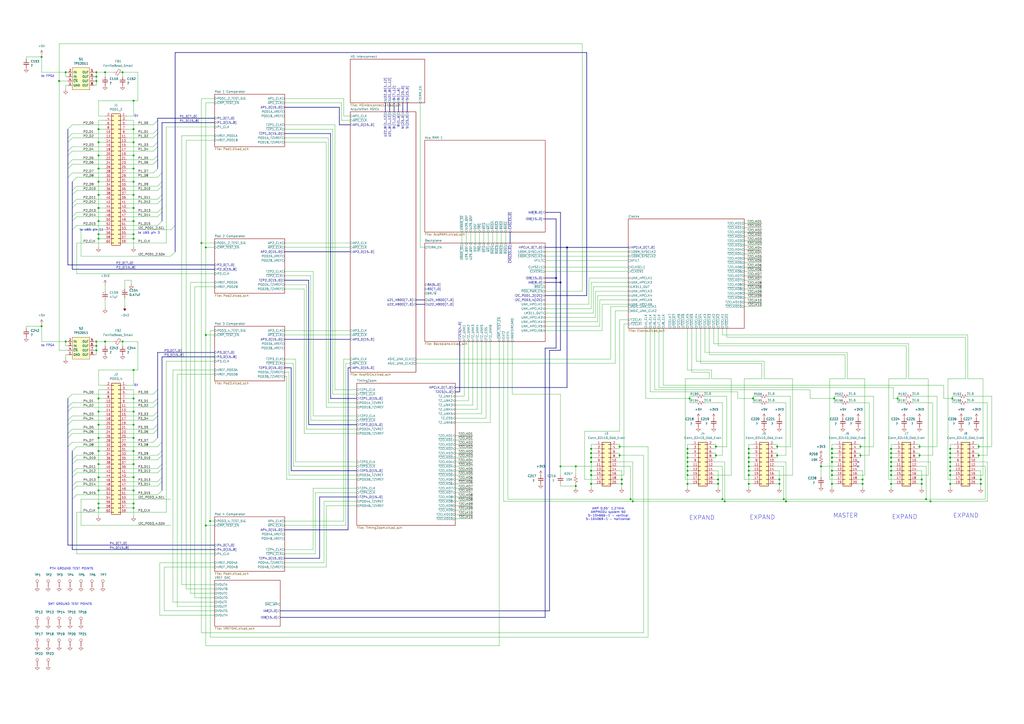
<source format=kicad_sch>
(kicad_sch (version 20250114) (generator "eeschema") (generator_version "9.0")
  (paper "A2")
  (bus_alias "I2C" (members "SDA" "SCL"))
  (text "to U65 pin 11" (at 53.086 133.35 0) (effects (font (size 1.27 1.27))))
  (text "PTH GROUND TEST POINTS" (at 41.402 329.946 0) (effects (font (size 1.27 1.27))))
  (text "to FPGA" (at 27.686 200.406 0) (effects (font (size 1.27 1.27))))
  (text "AMP 0.05\" 1.27mm\nAMPMODU system 50\n5-104666-1 - vertical\n5-104069-1 - horizontal" (at 352.806 298.196 0) (effects (font (size 1.27 1.27))))
  (text "MASTER" (at 490.474 299.212 0) (effects (font (size 2.54 2.54))))
  (text "5V" (at 78.994 67.31 0) (effects (font (size 1.27 1.27))))
  (text "EXPAND" (at 442.214 300.228 0) (effects (font (size 2.54 2.54))))
  (text "SMT GROUND TEST POINTS" (at 40.64 350.52 0) (effects (font (size 1.27 1.27))))
  (text "EXPAND" (at 524.764 299.974 0) (effects (font (size 2.54 2.54))))
  (text "EXPAND" (at 407.162 300.482 0) (effects (font (size 2.54 2.54))))
  (text "to U65 pin 3" (at 86.36 135.128 0) (effects (font (size 1.27 1.27))))
  (text "to FPGA" (at 27.686 44.196 0) (effects (font (size 1.27 1.27))))
  (text "EXPAND" (at 560.324 299.212 0) (effects (font (size 2.54 2.54))))
  (text "5V" (at 78.994 223.52 0) (effects (font (size 1.27 1.27))))
  (junction (at 55.88 203.2))
  (junction (at 516.89 275.59))
  (junction (at 398.78 280.67))
  (junction (at 516.89 265.43))
  (junction (at 434.34 273.05))
  (junction (at 57.15 246.38))
  (junction (at 328.93 143.51))
  (junction (at 533.4 259.08))
  (junction (at 455.93 290.83))
  (junction (at 482.6 262.89))
  (junction (at 77.47 254))
  (junction (at 567.69 264.16))
  (junction (at 24.13 189.23))
  (junction (at 57.15 261.62))
  (junction (at 77.47 246.38))
  (junction (at 77.47 82.55))
  (junction (at 77.47 113.03))
  (junction (at 116.84 140.97))
  (junction (at 398.78 265.43))
  (junction (at 533.4 264.16))
  (junction (at 77.47 261.62))
  (junction (at 415.29 264.16))
  (junction (at 322.58 161.29))
  (junction (at 454.66 289.56))
  (junction (at 77.47 128.27))
  (junction (at 365.76 289.56))
  (junction (at 551.18 275.59))
  (junction (at 24.13 33.02))
  (junction (at 119.38 304.8))
  (junction (at 367.03 290.83))
  (junction (at 57.15 292.1))
  (junction (at 325.12 270.51))
  (junction (at 516.89 262.89))
  (junction (at 60.96 41.91))
  (junction (at 77.47 58.42))
  (junction (at 436.88 231.14))
  (junction (at 57.15 135.89))
  (junction (at 57.15 82.55))
  (junction (at 342.9 267.97))
  (junction (at 55.88 41.91))
  (junction (at 57.15 97.79))
  (junction (at 121.92 302.26))
  (junction (at 534.67 278.13))
  (junction (at 119.38 194.31))
  (junction (at 398.78 273.05))
  (junction (at 342.9 280.67))
  (junction (at 57.15 138.43))
  (junction (at 452.12 280.67))
  (junction (at 360.68 280.67))
  (junction (at 398.78 267.97))
  (junction (at 567.69 259.08))
  (junction (at 57.15 128.27))
  (junction (at 334.01 281.94))
  (junction (at 334.01 270.51))
  (junction (at 516.89 280.67))
  (junction (at 419.1 289.56))
  (junction (at 57.15 238.76))
  (junction (at 71.12 41.91))
  (junction (at 539.75 290.83))
  (junction (at 416.56 278.13))
  (junction (at 434.34 270.51))
  (junction (at 551.18 273.05))
  (junction (at 34.29 46.99))
  (junction (at 568.96 280.67))
  (junction (at 499.11 259.08))
  (junction (at 500.38 280.67))
  (junction (at 482.6 265.43))
  (junction (at 77.47 284.48))
  (junction (at 452.12 278.13))
  (junction (at 77.47 138.43))
  (junction (at 551.18 262.89))
  (junction (at 359.41 259.08))
  (junction (at 482.6 273.05))
  (junction (at 77.47 135.89))
  (junction (at 342.9 265.43))
  (junction (at 398.78 270.51))
  (junction (at 551.18 280.67))
  (junction (at 416.56 280.67))
  (junction (at 551.18 260.35))
  (junction (at 516.89 260.35))
  (junction (at 398.78 260.35))
  (junction (at 77.47 238.76))
  (junction (at 57.15 120.65))
  (junction (at 516.89 270.51))
  (junction (at 325.12 163.83))
  (junction (at 476.25 270.51))
  (junction (at 568.96 278.13))
  (junction (at 551.18 265.43))
  (junction (at 57.15 113.03))
  (junction (at 57.15 294.64))
  (junction (at 71.12 198.12))
  (junction (at 537.21 289.56))
  (junction (at 482.6 280.67))
  (junction (at 516.89 273.05))
  (junction (at 500.38 278.13))
  (junction (at 516.89 267.97))
  (junction (at 77.47 269.24))
  (junction (at 55.88 44.45))
  (junction (at 342.9 262.89))
  (junction (at 415.29 259.08))
  (junction (at 77.47 292.1))
  (junction (at 552.45 231.14))
  (junction (at 434.34 275.59))
  (junction (at 57.15 284.48))
  (junction (at 77.47 214.63))
  (junction (at 434.34 260.35))
  (junction (at 57.15 74.93))
  (junction (at 77.47 231.14))
  (junction (at 77.47 105.41))
  (junction (at 38.1 41.91))
  (junction (at 482.6 275.59))
  (junction (at 77.47 276.86))
  (junction (at 398.78 275.59))
  (junction (at 57.15 231.14))
  (junction (at 482.6 267.97))
  (junction (at 77.47 120.65))
  (junction (at 434.34 280.67))
  (junction (at 57.15 276.86))
  (junction (at 38.1 198.12))
  (junction (at 77.47 90.17))
  (junction (at 398.78 262.89))
  (junction (at 119.38 143.51))
  (junction (at 77.47 97.79))
  (junction (at 534.67 280.67))
  (junction (at 551.18 270.51))
  (junction (at 400.05 231.14))
  (junction (at 359.41 264.16))
  (junction (at 77.47 74.93))
  (junction (at 450.85 264.16))
  (junction (at 434.34 267.97))
  (junction (at 55.88 198.12))
  (junction (at 434.34 265.43))
  (junction (at 55.88 200.66))
  (junction (at 342.9 260.35))
  (junction (at 434.34 262.89))
  (junction (at 482.6 260.35))
  (junction (at 57.15 90.17))
  (junction (at 57.15 105.41))
  (junction (at 520.7 231.14))
  (junction (at 551.18 267.97))
  (junction (at 57.15 254))
  (junction (at 450.85 259.08))
  (junction (at 55.88 46.99))
  (junction (at 360.68 278.13))
  (junction (at 342.9 273.05))
  (junction (at 77.47 294.64))
  (junction (at 60.96 198.12))
  (junction (at 420.37 290.83))
  (junction (at 499.11 264.16))
  (junction (at 483.87 231.14))
  (junction (at 57.15 269.24))
  (junction (at 342.9 275.59))
  (no_connect (at 497.84 267.97))
  (no_connect (at 497.84 270.51))
  (bus_entry (at 91.44 259.08) (size 2.54 -2.54))
  (bus_entry (at 39.37 259.08) (size 2.54 -2.54))
  (bus_entry (at 88.9 95.25) (size 2.54 -2.54))
  (bus_entry (at 88.9 233.68) (size 2.54 -2.54))
  (bus_entry (at 39.37 243.84) (size 2.54 -2.54))
  (bus_entry (at 91.44 264.16) (size 2.54 -2.54))
  (bus_entry (at 41.91 274.32) (size 2.54 -2.54))
  (bus_entry (at 41.91 120.65) (size 2.54 -2.54))
  (bus_entry (at 39.37 95.25) (size 2.54 -2.54))
  (bus_entry (at 41.91 281.94) (size 2.54 -2.54))
  (bus_entry (at 88.9 256.54) (size 2.54 -2.54))
  (bus_entry (at 39.37 231.14) (size 2.54 -2.54))
  (bus_entry (at 88.9 236.22) (size 2.54 -2.54))
  (bus_entry (at 91.44 271.78) (size 2.54 -2.54))
  (bus_entry (at 39.37 246.38) (size 2.54 -2.54))
  (bus_entry (at 91.44 118.11) (size 2.54 -2.54))
  (bus_entry (at 39.37 90.17) (size 2.54 -2.54))
  (bus_entry (at 101.6 130.81) (size -2.54 2.54))
  (bus_entry (at 41.91 113.03) (size 2.54 -2.54))
  (bus_entry (at 39.37 74.93) (size 2.54 -2.54))
  (bus_entry (at 88.9 243.84) (size 2.54 -2.54))
  (bus_entry (at 91.44 107.95) (size 2.54 -2.54))
  (bus_entry (at 88.9 72.39) (size 2.54 -2.54))
  (bus_entry (at 41.91 269.24) (size 2.54 -2.54))
  (bus_entry (at 39.37 82.55) (size 2.54 -2.54))
  (bus_entry (at 91.44 287.02) (size 2.54 -2.54))
  (bus_entry (at 41.91 261.62) (size 2.54 -2.54))
  (bus_entry (at 39.37 80.01) (size 2.54 -2.54))
  (bus_entry (at 39.37 236.22) (size 2.54 -2.54))
  (bus_entry (at 88.9 77.47) (size 2.54 -2.54))
  (bus_entry (at 88.9 80.01) (size 2.54 -2.54))
  (bus_entry (at 41.91 133.35) (size 2.54 -2.54))
  (bus_entry (at 91.44 266.7) (size 2.54 -2.54))
  (bus_entry (at 41.91 118.11) (size 2.54 -2.54))
  (bus_entry (at 39.37 251.46) (size 2.54 -2.54))
  (bus_entry (at 91.44 123.19) (size 2.54 -2.54))
  (bus_entry (at 91.44 102.87) (size 2.54 -2.54))
  (bus_entry (at 88.9 92.71) (size 2.54 -2.54))
  (bus_entry (at 41.91 284.48) (size 2.54 -2.54))
  (bus_entry (at 39.37 87.63) (size 2.54 -2.54))
  (bus_entry (at 88.9 248.92) (size 2.54 -2.54))
  (bus_entry (at 88.9 228.6) (size 2.54 -2.54))
  (bus_entry (at 41.91 289.56) (size 2.54 -2.54))
  (bus_entry (at 101.6 146.05) (size -2.54 2.54))
  (bus_entry (at 41.91 266.7) (size 2.54 -2.54))
  (bus_entry (at 88.9 241.3) (size 2.54 -2.54))
  (bus_entry (at 41.91 105.41) (size 2.54 -2.54))
  (bus_entry (at 39.37 238.76) (size 2.54 -2.54))
  (bus_entry (at 39.37 254) (size 2.54 -2.54))
  (bus_entry (at 41.91 110.49) (size 2.54 -2.54))
  (bus_entry (at 91.44 281.94) (size 2.54 -2.54))
  (bus_entry (at 88.9 85.09) (size 2.54 -2.54))
  (bus_entry (at 91.44 279.4) (size 2.54 -2.54))
  (bus_entry (at 39.37 102.87) (size 2.54 -2.54))
  (bus_entry (at 39.37 97.79) (size 2.54 -2.54))
  (bus_entry (at 41.91 276.86) (size 2.54 -2.54))
  (bus_entry (at 91.44 110.49) (size 2.54 -2.54))
  (bus_entry (at 91.44 274.32) (size 2.54 -2.54))
  (bus_entry (at 91.44 115.57) (size 2.54 -2.54))
  (bus_entry (at 41.91 128.27) (size 2.54 -2.54))
  (bus_entry (at 91.44 125.73) (size 2.54 -2.54))
  (bus_entry (at 88.9 87.63) (size 2.54 -2.54))
  (bus_entry (at 91.44 130.81) (size 2.54 -2.54))
  (bus_entry (at 41.91 125.73) (size 2.54 -2.54))
  (bus_entry (at 88.9 251.46) (size 2.54 -2.54))
  (bus_entry (at 88.9 100.33) (size 2.54 -2.54))
  (wire (pts (xy 292.1 198.12) (xy 292.1 290.83)))
  (bus (pts (xy 226.06 59.69) (xy 226.06 64.77)))
  (wire (pts (xy 568.96 278.13) (xy 566.42 278.13)))
  (wire (pts (xy 516.89 275.59) (xy 519.43 275.59)))
  (wire (pts (xy 116.84 140.97) (xy 124.46 140.97)))
  (wire (pts (xy 166.37 218.44) (xy 166.37 278.13)))
  (wire (pts (xy 440.69 233.68) (xy 436.88 233.68)))
  (wire (pts (xy 105.41 339.09) (xy 124.46 339.09)))
  (wire (pts (xy 431.8 219.71) (xy 431.8 278.13)))
  (wire (pts (xy 431.8 170.18) (xy 441.96 170.18)))
  (wire (pts (xy 73.66 281.94) (xy 91.44 281.94)))
  (bus (pts (xy 165.1 196.85) (xy 203.2 196.85)))
  (wire (pts (xy 359.41 264.16) (xy 359.41 265.43)))
  (wire (pts (xy 15.24 34.29) (xy 15.24 33.02)))
  (wire (pts (xy 551.18 265.43) (xy 553.72 265.43)))
  (bus (pts (xy 91.44 74.93) (xy 91.44 69.85)))
  (bus (pts (xy 91.44 238.76) (xy 91.44 233.68)))
  (wire (pts (xy 398.78 214.63) (xy 412.75 214.63)))
  (wire (pts (xy 561.34 233.68) (xy 572.77 233.68)))
  (wire (pts (xy 55.88 49.53) (xy 54.61 49.53)))
  (wire (pts (xy 527.05 219.71) (xy 538.48 219.71)))
  (wire (pts (xy 73.66 72.39) (xy 88.9 72.39)))
  (wire (pts (xy 365.76 289.56) (xy 419.1 289.56)))
  (wire (pts (xy 346.71 186.69) (xy 346.71 171.45)))
  (bus (pts (xy 322.58 161.29) (xy 316.23 161.29)))
  (wire (pts (xy 525.78 219.71) (xy 525.78 200.66)))
  (wire (pts (xy 77.47 223.52) (xy 73.66 223.52)))
  (wire (pts (xy 55.88 198.12) (xy 60.96 198.12)))
  (wire (pts (xy 421.64 259.08) (xy 415.29 259.08)))
  (wire (pts (xy 482.6 262.89) (xy 482.6 265.43)))
  (bus (pts (xy 322.58 127) (xy 316.23 127)))
  (bus (pts (xy 325.12 203.2) (xy 325.12 163.83)))
  (wire (pts (xy 482.6 262.89) (xy 485.14 262.89)))
  (wire (pts (xy 77.47 74.93) (xy 73.66 74.93)))
  (wire (pts (xy 121.92 369.57) (xy 121.92 302.26)))
  (wire (pts (xy 551.18 267.97) (xy 551.18 270.51)))
  (wire (pts (xy 200.66 210.82) (xy 200.66 304.8)))
  (wire (pts (xy 77.47 231.14) (xy 73.66 231.14)))
  (wire (pts (xy 73.66 233.68) (xy 88.9 233.68)))
  (bus (pts (xy 39.37 102.87) (xy 39.37 153.67)))
  (wire (pts (xy 346.71 171.45) (xy 364.49 171.45)))
  (bus (pts (xy 328.93 143.51) (xy 364.49 143.51)))
  (wire (pts (xy 553.72 278.13) (xy 549.91 278.13)))
  (wire (pts (xy 382.27 190.5) (xy 382.27 224.79)))
  (wire (pts (xy 57.15 128.27) (xy 57.15 135.89)))
  (bus (pts (xy 91.44 97.79) (xy 91.44 92.71)))
  (wire (pts (xy 449.58 262.89) (xy 450.85 262.89)))
  (bus (pts (xy 41.91 318.77) (xy 124.46 318.77)))
  (wire (pts (xy 551.18 275.59) (xy 553.72 275.59)))
  (wire (pts (xy 38.1 205.74) (xy 39.37 205.74)))
  (wire (pts (xy 360.68 278.13) (xy 360.68 280.67)))
  (wire (pts (xy 73.66 113.03) (xy 77.47 113.03)))
  (wire (pts (xy 77.47 226.06) (xy 77.47 231.14)))
  (wire (pts (xy 519.43 257.81) (xy 516.89 257.81)))
  (wire (pts (xy 73.66 256.54) (xy 88.9 256.54)))
  (bus (pts (xy 93.98 100.33) (xy 93.98 71.12)))
  (wire (pts (xy 516.89 267.97) (xy 519.43 267.97)))
  (wire (pts (xy 77.47 82.55) (xy 77.47 74.93)))
  (wire (pts (xy 431.8 157.48) (xy 441.96 157.48)))
  (wire (pts (xy 77.47 97.79) (xy 77.47 90.17)))
  (wire (pts (xy 46.99 289.56) (xy 60.96 289.56)))
  (wire (pts (xy 60.96 198.12) (xy 66.04 198.12)))
  (wire (pts (xy 38.1 44.45) (xy 38.1 41.91)))
  (wire (pts (xy 264.16 267.97) (xy 274.32 267.97)))
  (wire (pts (xy 124.46 143.51) (xy 119.38 143.51)))
  (wire (pts (xy 342.9 179.07) (xy 342.9 163.83)))
  (wire (pts (xy 416.56 200.66) (xy 525.78 200.66)))
  (wire (pts (xy 443.23 219.71) (xy 459.74 219.71)))
  (wire (pts (xy 57.15 238.76) (xy 60.96 238.76)))
  (wire (pts (xy 551.18 270.51) (xy 551.18 273.05)))
  (wire (pts (xy 516.89 260.35) (xy 516.89 262.89)))
  (wire (pts (xy 532.13 280.67) (xy 534.67 280.67)))
  (wire (pts (xy 57.15 254) (xy 57.15 261.62)))
  (wire (pts (xy 119.38 59.69) (xy 124.46 59.69)))
  (wire (pts (xy 434.34 265.43) (xy 436.88 265.43)))
  (wire (pts (xy 41.91 251.46) (xy 60.96 251.46)))
  (wire (pts (xy 181.61 318.77) (xy 181.61 283.21)))
  (wire (pts (xy 551.18 262.89) (xy 551.18 265.43)))
  (wire (pts (xy 278.13 140.97) (xy 278.13 134.62)))
  (wire (pts (xy 44.45 115.57) (xy 60.96 115.57)))
  (wire (pts (xy 398.78 262.89) (xy 401.32 262.89)))
  (wire (pts (xy 55.88 198.12) (xy 54.61 198.12)))
  (wire (pts (xy 572.77 290.83) (xy 572.77 267.97)))
  (wire (pts (xy 34.29 46.99) (xy 34.29 203.2)))
  (wire (pts (xy 345.44 184.15) (xy 345.44 168.91)))
  (wire (pts (xy 316.23 186.69) (xy 346.71 186.69)))
  (wire (pts (xy 44.45 297.18) (xy 44.45 321.31)))
  (bus (pts (xy 322.58 127) (xy 322.58 161.29)))
  (bus (pts (xy 91.44 204.47) (xy 91.44 226.06)))
  (wire (pts (xy 419.1 233.68) (xy 419.1 264.16)))
  (wire (pts (xy 264.16 285.75) (xy 274.32 285.75)))
  (bus (pts (xy 41.91 113.03) (xy 41.91 110.49)))
  (wire (pts (xy 482.6 260.35) (xy 485.14 260.35)))
  (wire (pts (xy 77.47 294.64) (xy 77.47 299.72)))
  (wire (pts (xy 73.66 120.65) (xy 77.47 120.65)))
  (bus (pts (xy 41.91 281.94) (xy 41.91 276.86)))
  (wire (pts (xy 400.05 233.68) (xy 400.05 231.14)))
  (wire (pts (xy 342.9 257.81) (xy 345.44 257.81)))
  (wire (pts (xy 73.66 238.76) (xy 77.47 238.76)))
  (wire (pts (xy 449.58 270.51) (xy 454.66 270.51)))
  (wire (pts (xy 499.11 264.16) (xy 499.11 262.89)))
  (wire (pts (xy 342.9 275.59) (xy 342.9 273.05)))
  (wire (pts (xy 516.89 257.81) (xy 516.89 260.35)))
  (wire (pts (xy 113.03 166.37) (xy 124.46 166.37)))
  (wire (pts (xy 566.42 280.67) (xy 568.96 280.67)))
  (wire (pts (xy 119.38 194.31) (xy 119.38 304.8)))
  (wire (pts (xy 450.85 257.81) (xy 450.85 259.08)))
  (wire (pts (xy 420.37 290.83) (xy 455.93 290.83)))
  (bus (pts (xy 93.98 113.03) (xy 93.98 107.95)))
  (wire (pts (xy 95.25 354.33) (xy 124.46 354.33)))
  (wire (pts (xy 73.66 254) (xy 77.47 254)))
  (wire (pts (xy 358.14 278.13) (xy 360.68 278.13)))
  (wire (pts (xy 73.66 279.4) (xy 91.44 279.4)))
  (wire (pts (xy 342.9 280.67) (xy 342.9 275.59)))
  (wire (pts (xy 180.34 160.02) (xy 180.34 243.84)))
  (wire (pts (xy 281.94 198.12) (xy 281.94 242.57)))
  (wire (pts (xy 73.66 107.95) (xy 91.44 107.95)))
  (wire (pts (xy 364.49 166.37) (xy 344.17 166.37)))
  (bus (pts (xy 264.16 224.79) (xy 328.93 224.79)))
  (bus (pts (xy 93.98 115.57) (xy 93.98 113.03)))
  (wire (pts (xy 499.11 264.16) (xy 499.11 265.43)))
  (wire (pts (xy 358.14 275.59) (xy 361.95 275.59)))
  (wire (pts (xy 551.18 280.67) (xy 551.18 283.21)))
  (bus (pts (xy 41.91 266.7) (xy 41.91 261.62)))
  (wire (pts (xy 243.84 143.51) (xy 246.38 143.51)))
  (wire (pts (xy 119.38 374.65) (xy 119.38 304.8)))
  (wire (pts (xy 436.88 280.67) (xy 434.34 280.67)))
  (wire (pts (xy 398.78 270.51) (xy 401.32 270.51)))
  (bus (pts (xy 39.37 259.08) (xy 39.37 316.23)))
  (wire (pts (xy 436.88 278.13) (xy 431.8 278.13)))
  (bus (pts (xy 162.56 354.33) (xy 318.77 354.33)))
  (bus (pts (xy 39.37 95.25) (xy 39.37 90.17)))
  (wire (pts (xy 434.34 267.97) (xy 436.88 267.97)))
  (wire (pts (xy 567.69 259.08) (xy 575.31 259.08)))
  (wire (pts (xy 57.15 294.64) (xy 60.96 294.64)))
  (wire (pts (xy 264.16 295.91) (xy 274.32 295.91)))
  (wire (pts (xy 15.24 33.02) (xy 24.13 33.02)))
  (wire (pts (xy 71.12 41.91) (xy 80.01 41.91)))
  (wire (pts (xy 165.1 80.01) (xy 190.5 80.01)))
  (wire (pts (xy 342.9 273.05) (xy 345.44 273.05)))
  (wire (pts (xy 476.25 269.24) (xy 476.25 270.51)))
  (wire (pts (xy 57.15 135.89) (xy 57.15 138.43)))
  (wire (pts (xy 533.4 264.16) (xy 541.02 264.16)))
  (wire (pts (xy 73.66 236.22) (xy 88.9 236.22)))
  (wire (pts (xy 44.45 140.97) (xy 60.96 140.97)))
  (wire (pts (xy 264.16 288.29) (xy 274.32 288.29)))
  (wire (pts (xy 73.66 226.06) (xy 77.47 226.06)))
  (wire (pts (xy 476.25 270.51) (xy 485.14 270.51)))
  (wire (pts (xy 434.34 262.89) (xy 434.34 265.43)))
  (wire (pts (xy 450.85 264.16) (xy 450.85 265.43)))
  (bus (pts (xy 39.37 251.46) (xy 39.37 246.38)))
  (wire (pts (xy 504.19 233.68) (xy 504.19 264.16)))
  (wire (pts (xy 165.1 143.51) (xy 203.2 143.51)))
  (wire (pts (xy 274.32 198.12) (xy 274.32 234.95)))
  (wire (pts (xy 124.46 217.17) (xy 102.87 217.17)))
  (bus (pts (xy 39.37 316.23) (xy 124.46 316.23)))
  (wire (pts (xy 568.96 273.05) (xy 566.42 273.05)))
  (wire (pts (xy 424.18 219.71) (xy 412.75 219.71)))
  (wire (pts (xy 482.6 273.05) (xy 482.6 275.59)))
  (wire (pts (xy 44.45 110.49) (xy 60.96 110.49)))
  (bus (pts (xy 91.44 233.68) (xy 91.44 231.14)))
  (wire (pts (xy 524.51 233.68) (xy 520.7 233.68)))
  (bus (pts (xy 93.98 276.86) (xy 93.98 271.78)))
  (wire (pts (xy 431.8 137.16) (xy 441.96 137.16)))
  (wire (pts (xy 198.12 69.85) (xy 203.2 69.85)))
  (wire (pts (xy 487.68 233.68) (xy 483.87 233.68)))
  (wire (pts (xy 500.38 280.67) (xy 500.38 283.21)))
  (wire (pts (xy 110.49 163.83) (xy 110.49 344.17)))
  (wire (pts (xy 77.47 138.43) (xy 77.47 143.51)))
  (bus (pts (xy 322.58 161.29) (xy 322.58 201.93)))
  (wire (pts (xy 406.4 190.5) (xy 406.4 210.82)))
  (wire (pts (xy 561.34 194.31) (xy 561.34 219.71)))
  (wire (pts (xy 375.92 369.57) (xy 121.92 369.57)))
  (wire (pts (xy 57.15 276.86) (xy 57.15 284.48)))
  (wire (pts (xy 41.91 87.63) (xy 60.96 87.63)))
  (wire (pts (xy 342.9 275.59) (xy 345.44 275.59)))
  (wire (pts (xy 359.41 264.16) (xy 359.41 262.89)))
  (wire (pts (xy 416.56 278.13) (xy 416.56 280.67)))
  (bus (pts (xy 93.98 271.78) (xy 93.98 269.24)))
  (wire (pts (xy 482.6 273.05) (xy 485.14 273.05)))
  (wire (pts (xy 46.99 304.8) (xy 46.99 289.56)))
  (wire (pts (xy 46.99 148.59) (xy 46.99 133.35)))
  (wire (pts (xy 44.45 118.11) (xy 60.96 118.11)))
  (wire (pts (xy 73.66 140.97) (xy 96.52 140.97)))
  (wire (pts (xy 165.1 57.15) (xy 199.39 57.15)))
  (wire (pts (xy 347.98 173.99) (xy 347.98 189.23)))
  (wire (pts (xy 344.17 166.37) (xy 344.17 181.61)))
  (wire (pts (xy 325.12 275.59) (xy 325.12 270.51)))
  (wire (pts (xy 411.48 190.5) (xy 411.48 205.74)))
  (wire (pts (xy 450.85 265.43) (xy 449.58 265.43)))
  (wire (pts (xy 516.89 280.67) (xy 516.89 283.21)))
  (wire (pts (xy 55.88 41.91) (xy 55.88 44.45)))
  (bus (pts (xy 91.44 92.71) (xy 91.44 90.17)))
  (wire (pts (xy 73.66 264.16) (xy 91.44 264.16)))
  (wire (pts (xy 167.64 275.59) (xy 207.01 275.59)))
  (wire (pts (xy 367.03 267.97) (xy 367.03 290.83)))
  (wire (pts (xy 57.15 294.64) (xy 57.15 299.72)))
  (wire (pts (xy 398.78 267.97) (xy 398.78 270.51)))
  (bus (pts (xy 328.93 143.51) (xy 328.93 224.79)))
  (wire (pts (xy 41.91 92.71) (xy 60.96 92.71)))
  (wire (pts (xy 401.32 257.81) (xy 398.78 257.81)))
  (wire (pts (xy 55.88 198.12) (xy 55.88 200.66)))
  (wire (pts (xy 434.34 273.05) (xy 436.88 273.05)))
  (wire (pts (xy 431.8 142.24) (xy 441.96 142.24)))
  (wire (pts (xy 96.52 140.97) (xy 96.52 73.66)))
  (wire (pts (xy 73.66 80.01) (xy 88.9 80.01)))
  (wire (pts (xy 431.8 219.71) (xy 441.96 219.71)))
  (wire (pts (xy 449.58 280.67) (xy 452.12 280.67)))
  (wire (pts (xy 113.03 166.37) (xy 113.03 346.71)))
  (wire (pts (xy 482.6 275.59) (xy 485.14 275.59)))
  (wire (pts (xy 398.78 275.59) (xy 401.32 275.59)))
  (bus (pts (xy 196.85 72.39) (xy 203.2 72.39)))
  (wire (pts (xy 454.66 270.51) (xy 454.66 289.56)))
  (wire (pts (xy 360.68 273.05) (xy 360.68 278.13)))
  (wire (pts (xy 77.47 214.63) (xy 77.47 223.52)))
  (wire (pts (xy 414.02 275.59) (xy 424.18 275.59)))
  (wire (pts (xy 572.77 264.16) (xy 567.69 264.16)))
  (wire (pts (xy 539.75 290.83) (xy 539.75 267.97)))
  (wire (pts (xy 38.1 52.07) (xy 38.1 49.53)))
  (wire (pts (xy 445.77 233.68) (xy 455.93 233.68)))
  (wire (pts (xy 57.15 82.55) (xy 60.96 82.55)))
  (bus (pts (xy 185.42 323.85) (xy 165.1 323.85)))
  (wire (pts (xy 441.96 219.71) (xy 441.96 210.82)))
  (wire (pts (xy 414.02 265.43) (xy 415.29 265.43)))
  (wire (pts (xy 77.47 284.48) (xy 77.47 276.86)))
  (wire (pts (xy 499.11 260.35) (xy 499.11 259.08)))
  (bus (pts (xy 93.98 128.27) (xy 93.98 123.19)))
  (wire (pts (xy 165.1 167.64) (xy 176.53 167.64)))
  (wire (pts (xy 398.78 262.89) (xy 398.78 265.43)))
  (wire (pts (xy 482.6 260.35) (xy 482.6 262.89)))
  (bus (pts (xy 39.37 254) (xy 39.37 251.46)))
  (wire (pts (xy 424.18 219.71) (xy 424.18 275.59)))
  (wire (pts (xy 483.87 233.68) (xy 483.87 231.14)))
  (wire (pts (xy 57.15 231.14) (xy 57.15 238.76)))
  (wire (pts (xy 419.1 264.16) (xy 415.29 264.16)))
  (wire (pts (xy 497.84 265.43) (xy 499.11 265.43)))
  (wire (pts (xy 181.61 157.48) (xy 181.61 241.3)))
  (wire (pts (xy 398.78 214.63) (xy 398.78 190.5)))
  (wire (pts (xy 193.04 74.93) (xy 193.04 228.6)))
  (wire (pts (xy 60.96 200.66) (xy 60.96 198.12)))
  (wire (pts (xy 41.91 100.33) (xy 60.96 100.33)))
  (wire (pts (xy 60.96 41.91) (xy 66.04 41.91)))
  (bus (pts (xy 39.37 97.79) (xy 39.37 102.87)))
  (wire (pts (xy 289.56 198.12) (xy 289.56 374.65)))
  (wire (pts (xy 515.62 278.13) (xy 515.62 219.71)))
  (wire (pts (xy 73.66 271.78) (xy 91.44 271.78)))
  (bus (pts (xy 168.91 273.05) (xy 168.91 213.36)))
  (wire (pts (xy 339.09 278.13) (xy 345.44 278.13)))
  (wire (pts (xy 107.95 341.63) (xy 124.46 341.63)))
  (wire (pts (xy 189.23 328.93) (xy 189.23 293.37)))
  (wire (pts (xy 408.94 229.87) (xy 421.64 229.87)))
  (wire (pts (xy 491.49 219.71) (xy 501.65 219.71)))
  (wire (pts (xy 100.33 214.63) (xy 100.33 349.25)))
  (wire (pts (xy 415.29 257.81) (xy 414.02 257.81)))
  (wire (pts (xy 176.53 251.46) (xy 207.01 251.46)))
  (wire (pts (xy 481.33 219.71) (xy 490.22 219.71)))
  (bus (pts (xy 340.36 171.45) (xy 340.36 30.48)))
  (bus (pts (xy 316.23 163.83) (xy 325.12 163.83)))
  (wire (pts (xy 60.96 77.47) (xy 41.91 77.47)))
  (wire (pts (xy 73.66 246.38) (xy 77.47 246.38)))
  (wire (pts (xy 414.02 273.05) (xy 416.56 273.05)))
  (wire (pts (xy 170.18 270.51) (xy 207.01 270.51)))
  (wire (pts (xy 193.04 74.93) (xy 165.1 74.93)))
  (bus (pts (xy 231.14 59.69) (xy 231.14 64.77)))
  (wire (pts (xy 41.91 85.09) (xy 60.96 85.09)))
  (wire (pts (xy 57.15 238.76) (xy 57.15 246.38)))
  (wire (pts (xy 516.89 265.43) (xy 519.43 265.43)))
  (wire (pts (xy 269.24 198.12) (xy 269.24 229.87)))
  (wire (pts (xy 455.93 233.68) (xy 455.93 264.16)))
  (wire (pts (xy 354.33 208.28) (xy 241.3 208.28)))
  (bus (pts (xy 264.16 227.33) (xy 266.7 227.33)))
  (wire (pts (xy 552.45 229.87) (xy 556.26 229.87)))
  (bus (pts (xy 236.22 59.69) (xy 236.22 64.77)))
  (bus (pts (xy 203.2 213.36) (xy 201.93 213.36)))
  (wire (pts (xy 264.16 270.51) (xy 274.32 270.51)))
  (wire (pts (xy 547.37 231.14) (xy 552.45 231.14)))
  (wire (pts (xy 41.91 241.3) (xy 60.96 241.3)))
  (bus (pts (xy 91.44 69.85) (xy 91.44 68.58)))
  (wire (pts (xy 434.34 267.97) (xy 434.34 270.51)))
  (wire (pts (xy 567.69 264.16) (xy 567.69 262.89)))
  (wire (pts (xy 34.29 203.2) (xy 39.37 203.2)))
  (wire (pts (xy 567.69 265.43) (xy 567.69 264.16)))
  (wire (pts (xy 76.2 162.56) (xy 72.39 162.56)))
  (wire (pts (xy 397.51 219.71) (xy 397.51 278.13)))
  (wire (pts (xy 57.15 138.43) (xy 57.15 143.51)))
  (wire (pts (xy 459.74 219.71) (xy 459.74 275.59)))
  (bus (pts (xy 228.6 59.69) (xy 228.6 64.77)))
  (wire (pts (xy 499.11 259.08) (xy 506.73 259.08)))
  (wire (pts (xy 482.6 280.67) (xy 482.6 283.21)))
  (wire (pts (xy 485.14 280.67) (xy 482.6 280.67)))
  (wire (pts (xy 401.32 278.13) (xy 397.51 278.13)))
  (wire (pts (xy 534.67 278.13) (xy 532.13 278.13)))
  (wire (pts (xy 57.15 105.41) (xy 57.15 113.03)))
  (wire (pts (xy 60.96 44.45) (xy 60.96 41.91)))
  (wire (pts (xy 77.47 261.62) (xy 77.47 254)))
  (wire (pts (xy 342.9 280.67) (xy 342.9 283.21)))
  (wire (pts (xy 415.29 264.16) (xy 415.29 265.43)))
  (bus (pts (xy 233.68 59.69) (xy 233.68 64.77)))
  (wire (pts (xy 264.16 278.13) (xy 274.32 278.13)))
  (wire (pts (xy 572.77 267.97) (xy 566.42 267.97)))
  (bus (pts (xy 39.37 87.63) (xy 39.37 82.55)))
  (wire (pts (xy 449.58 273.05) (xy 452.12 273.05)))
  (wire (pts (xy 431.8 177.8) (xy 441.96 177.8)))
  (wire (pts (xy 358.14 280.67) (xy 360.68 280.67)))
  (wire (pts (xy 198.12 59.69) (xy 198.12 69.85)))
  (wire (pts (xy 533.4 257.81) (xy 533.4 259.08)))
  (wire (pts (xy 60.96 231.14) (xy 57.15 231.14)))
  (wire (pts (xy 38.1 49.53) (xy 39.37 49.53)))
  (wire (pts (xy 567.69 259.08) (xy 567.69 257.81)))
  (wire (pts (xy 76.2 165.1) (xy 76.2 162.56)))
  (wire (pts (xy 34.29 46.99) (xy 39.37 46.99)))
  (wire (pts (xy 334.01 280.67) (xy 334.01 281.94)))
  (wire (pts (xy 73.66 105.41) (xy 77.47 105.41)))
  (wire (pts (xy 459.74 275.59) (xy 449.58 275.59)))
  (wire (pts (xy 316.23 184.15) (xy 345.44 184.15)))
  (wire (pts (xy 398.78 265.43) (xy 398.78 267.97)))
  (wire (pts (xy 80.01 58.42) (xy 77.47 58.42)))
  (wire (pts (xy 71.12 198.12) (xy 80.01 198.12)))
  (wire (pts (xy 491.49 204.47) (xy 408.94 204.47)))
  (wire (pts (xy 342.9 262.89) (xy 345.44 262.89)))
  (bus (pts (xy 41.91 118.11) (xy 41.91 113.03)))
  (bus (pts (xy 91.44 68.58) (xy 124.46 68.58)))
  (wire (pts (xy 434.34 265.43) (xy 434.34 267.97)))
  (wire (pts (xy 358.14 267.97) (xy 367.03 267.97)))
  (wire (pts (xy 73.66 92.71) (xy 88.9 92.71)))
  (wire (pts (xy 60.96 72.39) (xy 41.91 72.39)))
  (wire (pts (xy 450.85 260.35) (xy 449.58 260.35)))
  (wire (pts (xy 95.25 328.93) (xy 95.25 354.33)))
  (wire (pts (xy 60.96 228.6) (xy 41.91 228.6)))
  (wire (pts (xy 431.8 152.4) (xy 441.96 152.4)))
  (wire (pts (xy 367.03 290.83) (xy 292.1 290.83)))
  (wire (pts (xy 436.88 257.81) (xy 434.34 257.81)))
  (wire (pts (xy 358.14 273.05) (xy 360.68 273.05)))
  (wire (pts (xy 207.01 285.75) (xy 182.88 285.75)))
  (wire (pts (xy 408.94 233.68) (xy 419.1 233.68)))
  (wire (pts (xy 77.47 128.27) (xy 73.66 128.27)))
  (wire (pts (xy 482.6 265.43) (xy 485.14 265.43)))
  (wire (pts (xy 529.59 233.68) (xy 541.02 233.68)))
  (wire (pts (xy 105.41 78.74) (xy 105.41 339.09)))
  (bus (pts (xy 41.91 133.35) (xy 41.91 128.27)))
  (wire (pts (xy 398.78 280.67) (xy 398.78 283.21)))
  (wire (pts (xy 434.34 260.35) (xy 436.88 260.35)))
  (bus (pts (xy 91.44 82.55) (xy 91.44 77.47)))
  (wire (pts (xy 560.07 219.71) (xy 560.07 195.58)))
  (wire (pts (xy 551.18 267.97) (xy 553.72 267.97)))
  (wire (pts (xy 358.14 257.81) (xy 359.41 257.81)))
  (wire (pts (xy 476.25 270.51) (xy 476.25 276.86)))
  (wire (pts (xy 73.66 138.43) (xy 77.47 138.43)))
  (bus (pts (xy 41.91 289.56) (xy 41.91 284.48)))
  (wire (pts (xy 414.02 270.51) (xy 419.1 270.51)))
  (wire (pts (xy 73.66 97.79) (xy 77.47 97.79)))
  (wire (pts (xy 34.29 25.4) (xy 34.29 46.99)))
  (wire (pts (xy 342.9 262.89) (xy 342.9 260.35)))
  (wire (pts (xy 434.34 273.05) (xy 434.34 275.59)))
  (bus (pts (xy 223.52 59.69) (xy 223.52 64.77)))
  (wire (pts (xy 77.47 135.89) (xy 77.47 128.27)))
  (wire (pts (xy 297.18 198.12) (xy 297.18 228.6)))
  (wire (pts (xy 443.23 209.55) (xy 443.23 219.71)))
  (wire (pts (xy 325.12 270.51) (xy 325.12 228.6)))
  (wire (pts (xy 77.47 120.65) (xy 77.47 113.03)))
  (wire (pts (xy 121.92 191.77) (xy 124.46 191.77)))
  (wire (pts (xy 44.45 287.02) (xy 60.96 287.02)))
  (wire (pts (xy 96.52 209.55) (xy 96.52 297.18)))
  (wire (pts (xy 316.23 151.13) (xy 364.49 151.13)))
  (wire (pts (xy 73.66 135.89) (xy 77.47 135.89)))
  (wire (pts (xy 384.81 190.5) (xy 384.81 223.52)))
  (wire (pts (xy 194.31 72.39) (xy 194.31 226.06)))
  (wire (pts (xy 92.71 356.87) (xy 124.46 356.87)))
  (bus (pts (xy 93.98 269.24) (xy 93.98 264.16)))
  (wire (pts (xy 485.14 278.13) (xy 481.33 278.13)))
  (wire (pts (xy 427.99 227.33) (xy 427.99 231.14)))
  (wire (pts (xy 73.66 125.73) (xy 91.44 125.73)))
  (bus (pts (xy 41.91 156.21) (xy 124.46 156.21)))
  (wire (pts (xy 181.61 283.21) (xy 207.01 283.21)))
  (wire (pts (xy 44.45 259.08) (xy 60.96 259.08)))
  (wire (pts (xy 57.15 292.1) (xy 60.96 292.1)))
  (wire (pts (xy 77.47 254) (xy 77.47 246.38)))
  (wire (pts (xy 434.34 262.89) (xy 436.88 262.89)))
  (bus (pts (xy 207.01 288.29) (xy 185.42 288.29)))
  (wire (pts (xy 73.66 251.46) (xy 88.9 251.46)))
  (wire (pts (xy 356.87 210.82) (xy 241.3 210.82)))
  (bus (pts (xy 316.23 358.14) (xy 162.56 358.14)))
  (wire (pts (xy 534.67 280.67) (xy 534.67 278.13)))
  (wire (pts (xy 506.73 259.08) (xy 506.73 229.87)))
  (wire (pts (xy 182.88 285.75) (xy 182.88 321.31)))
  (wire (pts (xy 121.92 302.26) (xy 121.92 191.77)))
  (bus (pts (xy 191.77 77.47) (xy 165.1 77.47)))
  (wire (pts (xy 454.66 289.56) (xy 537.21 289.56)))
  (wire (pts (xy 73.66 115.57) (xy 91.44 115.57)))
  (wire (pts (xy 482.6 257.81) (xy 482.6 260.35)))
  (wire (pts (xy 60.96 223.52) (xy 57.15 223.52)))
  (wire (pts (xy 373.38 264.16) (xy 359.41 264.16)))
  (wire (pts (xy 105.41 78.74) (xy 124.46 78.74)))
  (bus (pts (xy 101.6 130.81) (xy 101.6 146.05)))
  (wire (pts (xy 116.84 57.15) (xy 124.46 57.15)))
  (wire (pts (xy 264.16 280.67) (xy 274.32 280.67)))
  (wire (pts (xy 44.45 102.87) (xy 60.96 102.87)))
  (wire (pts (xy 431.8 162.56) (xy 441.96 162.56)))
  (wire (pts (xy 316.23 148.59) (xy 364.49 148.59)))
  (wire (pts (xy 547.37 223.52) (xy 547.37 231.14)))
  (bus (pts (xy 93.98 71.12) (xy 124.46 71.12)))
  (wire (pts (xy 203.2 208.28) (xy 199.39 208.28)))
  (wire (pts (xy 347.98 189.23) (xy 316.23 189.23)))
  (wire (pts (xy 414.02 278.13) (xy 416.56 278.13)))
  (wire (pts (xy 264.16 300.99) (xy 274.32 300.99)))
  (wire (pts (xy 570.23 219.71) (xy 570.23 275.59)))
  (wire (pts (xy 490.22 205.74) (xy 490.22 219.71)))
  (bus (pts (xy 39.37 236.22) (xy 39.37 231.14)))
  (wire (pts (xy 57.15 214.63) (xy 77.47 214.63)))
  (wire (pts (xy 458.47 259.08) (xy 458.47 229.87)))
  (wire (pts (xy 80.01 41.91) (xy 80.01 58.42)))
  (wire (pts (xy 450.85 259.08) (xy 450.85 260.35)))
  (wire (pts (xy 170.18 210.82) (xy 170.18 270.51)))
  (wire (pts (xy 102.87 217.17) (xy 102.87 351.79)))
  (wire (pts (xy 316.23 146.05) (xy 364.49 146.05)))
  (wire (pts (xy 551.18 262.89) (xy 553.72 262.89)))
  (wire (pts (xy 44.45 264.16) (xy 60.96 264.16)))
  (bus (pts (xy 39.37 82.55) (xy 39.37 80.01)))
  (wire (pts (xy 552.45 233.68) (xy 552.45 231.14)))
  (bus (pts (xy 201.93 307.34) (xy 165.1 307.34)))
  (wire (pts (xy 283.21 140.97) (xy 283.21 134.62)))
  (wire (pts (xy 342.9 260.35) (xy 342.9 257.81)))
  (wire (pts (xy 436.88 229.87) (xy 440.69 229.87)))
  (wire (pts (xy 519.43 280.67) (xy 516.89 280.67)))
  (wire (pts (xy 342.9 273.05) (xy 342.9 267.97)))
  (wire (pts (xy 499.11 259.08) (xy 499.11 257.81)))
  (wire (pts (xy 359.41 260.35) (xy 359.41 259.08)))
  (wire (pts (xy 398.78 270.51) (xy 398.78 273.05)))
  (wire (pts (xy 71.12 198.12) (xy 71.12 200.66)))
  (bus (pts (xy 101.6 30.48) (xy 101.6 130.81)))
  (wire (pts (xy 46.99 148.59) (xy 99.06 148.59)))
  (wire (pts (xy 434.34 257.81) (xy 434.34 260.35)))
  (wire (pts (xy 541.02 233.68) (xy 541.02 264.16)))
  (wire (pts (xy 570.23 275.59) (xy 566.42 275.59)))
  (wire (pts (xy 420.37 267.97) (xy 420.37 290.83)))
  (wire (pts (xy 44.45 274.32) (xy 60.96 274.32)))
  (wire (pts (xy 57.15 284.48) (xy 60.96 284.48)))
  (wire (pts (xy 398.78 257.81) (xy 398.78 260.35)))
  (wire (pts (xy 281.94 242.57) (xy 264.16 242.57)))
  (wire (pts (xy 73.66 77.47) (xy 88.9 77.47)))
  (wire (pts (xy 15.24 190.5) (xy 15.24 189.23)))
  (wire (pts (xy 264.16 240.03) (xy 279.4 240.03)))
  (wire (pts (xy 199.39 67.31) (xy 203.2 67.31)))
  (wire (pts (xy 72.39 162.56) (xy 72.39 167.64)))
  (wire (pts (xy 455.93 290.83) (xy 455.93 267.97)))
  (wire (pts (xy 334.01 281.94) (xy 334.01 283.21)))
  (wire (pts (xy 567.69 260.35) (xy 567.69 259.08)))
  (wire (pts (xy 398.78 265.43) (xy 401.32 265.43)))
  (wire (pts (xy 284.48 245.11) (xy 264.16 245.11)))
  (wire (pts (xy 553.72 257.81) (xy 551.18 257.81)))
  (wire (pts (xy 408.94 204.47) (xy 408.94 190.5)))
  (wire (pts (xy 412.75 219.71) (xy 412.75 214.63)))
  (wire (pts (xy 398.78 275.59) (xy 398.78 280.67)))
  (wire (pts (xy 187.96 326.39) (xy 187.96 290.83)))
  (wire (pts (xy 57.15 105.41) (xy 60.96 105.41)))
  (wire (pts (xy 434.34 270.51) (xy 434.34 273.05)))
  (wire (pts (xy 165.1 218.44) (xy 166.37 218.44)))
  (wire (pts (xy 77.47 292.1) (xy 77.47 294.64)))
  (wire (pts (xy 171.45 267.97) (xy 171.45 208.28)))
  (wire (pts (xy 359.41 259.08) (xy 359.41 257.81)))
  (wire (pts (xy 165.1 191.77) (xy 203.2 191.77)))
  (wire (pts (xy 316.23 191.77) (xy 349.25 191.77)))
  (bus (pts (xy 325.12 163.83) (xy 325.12 123.19)))
  (wire (pts (xy 342.9 265.43) (xy 345.44 265.43)))
  (bus (pts (xy 93.98 105.41) (xy 93.98 100.33)))
  (wire (pts (xy 44.45 107.95) (xy 60.96 107.95)))
  (wire (pts (xy 57.15 120.65) (xy 57.15 128.27)))
  (wire (pts (xy 458.47 229.87) (xy 445.77 229.87)))
  (wire (pts (xy 264.16 252.73) (xy 274.32 252.73)))
  (bus (pts (xy 168.91 213.36) (xy 165.1 213.36)))
  (wire (pts (xy 455.93 267.97) (xy 449.58 267.97)))
  (bus (pts (xy 316.23 143.51) (xy 328.93 143.51)))
  (wire (pts (xy 166.37 278.13) (xy 207.01 278.13)))
  (wire (pts (xy 349.25 191.77) (xy 349.25 176.53)))
  (wire (pts (xy 73.66 69.85) (xy 77.47 69.85)))
  (wire (pts (xy 575.31 229.87) (xy 561.34 229.87)))
  (wire (pts (xy 57.15 67.31) (xy 57.15 58.42)))
  (wire (pts (xy 566.42 260.35) (xy 567.69 260.35)))
  (wire (pts (xy 373.38 367.03) (xy 373.38 264.16)))
  (wire (pts (xy 44.45 130.81) (xy 60.96 130.81)))
  (wire (pts (xy 431.8 160.02) (xy 441.96 160.02)))
  (bus (pts (xy 91.44 85.09) (xy 91.44 82.55)))
  (wire (pts (xy 77.47 269.24) (xy 77.47 261.62)))
  (wire (pts (xy 497.84 260.35) (xy 499.11 260.35)))
  (wire (pts (xy 375.92 259.08) (xy 375.92 369.57)))
  (wire (pts (xy 194.31 72.39) (xy 165.1 72.39)))
  (wire (pts (xy 285.75 134.62) (xy 285.75 140.97)))
  (wire (pts (xy 345.44 168.91) (xy 364.49 168.91)))
  (wire (pts (xy 73.66 294.64) (xy 77.47 294.64)))
  (wire (pts (xy 341.63 176.53) (xy 341.63 161.29)))
  (wire (pts (xy 400.05 231.14) (xy 400.05 229.87)))
  (wire (pts (xy 431.8 172.72) (xy 441.96 172.72)))
  (wire (pts (xy 431.8 165.1) (xy 441.96 165.1)))
  (wire (pts (xy 527.05 199.39) (xy 527.05 219.71)))
  (wire (pts (xy 364.49 180.34) (xy 356.87 180.34)))
  (bus (pts (xy 93.98 264.16) (xy 93.98 261.62)))
  (wire (pts (xy 518.16 231.14) (xy 520.7 231.14)))
  (wire (pts (xy 469.9 226.06) (xy 379.73 226.06)))
  (wire (pts (xy 80.01 214.63) (xy 77.47 214.63)))
  (wire (pts (xy 119.38 143.51) (xy 119.38 194.31)))
  (bus (pts (xy 39.37 254) (xy 39.37 259.08)))
  (wire (pts (xy 267.97 134.62) (xy 267.97 140.97)))
  (wire (pts (xy 113.03 346.71) (xy 124.46 346.71)))
  (wire (pts (xy 38.1 200.66) (xy 38.1 198.12)))
  (wire (pts (xy 73.66 90.17) (xy 77.47 90.17)))
  (wire (pts (xy 551.18 273.05) (xy 553.72 273.05)))
  (wire (pts (xy 264.16 283.21) (xy 274.32 283.21)))
  (wire (pts (xy 325.12 228.6) (xy 297.18 228.6)))
  (wire (pts (xy 431.8 134.62) (xy 441.96 134.62)))
  (wire (pts (xy 24.13 33.02) (xy 24.13 31.75)))
  (wire (pts (xy 60.96 165.1) (xy 60.96 168.91)))
  (wire (pts (xy 516.89 273.05) (xy 519.43 273.05)))
  (wire (pts (xy 203.2 210.82) (xy 200.66 210.82)))
  (wire (pts (xy 15.24 189.23) (xy 24.13 189.23)))
  (bus (pts (xy 41.91 284.48) (xy 41.91 281.94)))
  (wire (pts (xy 443.23 209.55) (xy 403.86 209.55)))
  (wire (pts (xy 403.86 209.55) (xy 403.86 190.5)))
  (wire (pts (xy 533.4 259.08) (xy 533.4 260.35)))
  (wire (pts (xy 342.9 267.97) (xy 342.9 265.43)))
  (wire (pts (xy 55.88 203.2) (xy 55.88 205.74)))
  (wire (pts (xy 421.64 195.58) (xy 560.07 195.58)))
  (wire (pts (xy 207.01 248.92) (xy 177.8 248.92)))
  (wire (pts (xy 181.61 157.48) (xy 165.1 157.48)))
  (wire (pts (xy 450.85 262.89) (xy 450.85 264.16)))
  (wire (pts (xy 492.76 233.68) (xy 504.19 233.68)))
  (wire (pts (xy 455.93 290.83) (xy 539.75 290.83)))
  (wire (pts (xy 568.96 280.67) (xy 568.96 278.13)))
  (wire (pts (xy 365.76 270.51) (xy 365.76 289.56)))
  (wire (pts (xy 24.13 198.12) (xy 24.13 189.23)))
  (bus (pts (xy 91.44 77.47) (xy 91.44 74.93)))
  (wire (pts (xy 264.16 260.35) (xy 274.32 260.35)))
  (wire (pts (xy 46.99 133.35) (xy 60.96 133.35)))
  (wire (pts (xy 367.03 290.83) (xy 420.37 290.83)))
  (bus (pts (xy 39.37 153.67) (xy 124.46 153.67)))
  (wire (pts (xy 431.8 175.26) (xy 441.96 175.26)))
  (wire (pts (xy 414.02 260.35) (xy 415.29 260.35)))
  (wire (pts (xy 334.01 270.51) (xy 334.01 275.59)))
  (wire (pts (xy 411.48 215.9) (xy 411.48 219.71)))
  (wire (pts (xy 406.4 210.82) (xy 441.96 210.82)))
  (bus (pts (xy 39.37 90.17) (xy 39.37 87.63)))
  (wire (pts (xy 361.95 187.96) (xy 364.49 187.96)))
  (wire (pts (xy 96.52 73.66) (xy 124.46 73.66)))
  (bus (pts (xy 41.91 289.56) (xy 41.91 318.77)))
  (wire (pts (xy 55.88 41.91) (xy 60.96 41.91)))
  (wire (pts (xy 57.15 261.62) (xy 60.96 261.62)))
  (wire (pts (xy 200.66 304.8) (xy 165.1 304.8)))
  (bus (pts (xy 39.37 238.76) (xy 39.37 236.22)))
  (wire (pts (xy 482.6 265.43) (xy 482.6 267.97)))
  (wire (pts (xy 452.12 273.05) (xy 452.12 278.13)))
  (wire (pts (xy 398.78 260.35) (xy 401.32 260.35)))
  (wire (pts (xy 483.87 231.14) (xy 469.9 231.14)))
  (wire (pts (xy 264.16 257.81) (xy 274.32 257.81)))
  (wire (pts (xy 483.87 229.87) (xy 487.68 229.87)))
  (wire (pts (xy 551.18 260.35) (xy 553.72 260.35)))
  (wire (pts (xy 419.1 194.31) (xy 561.34 194.31)))
  (bus (pts (xy 185.42 288.29) (xy 185.42 323.85)))
  (wire (pts (xy 501.65 275.59) (xy 497.84 275.59)))
  (wire (pts (xy 452.12 278.13) (xy 452.12 280.67)))
  (wire (pts (xy 401.32 280.67) (xy 398.78 280.67)))
  (wire (pts (xy 532.13 270.51) (xy 537.21 270.51)))
  (wire (pts (xy 516.89 275.59) (xy 516.89 280.67)))
  (wire (pts (xy 398.78 273.05) (xy 401.32 273.05)))
  (wire (pts (xy 342.9 265.43) (xy 342.9 262.89)))
  (wire (pts (xy 57.15 120.65) (xy 60.96 120.65)))
  (wire (pts (xy 39.37 44.45) (xy 38.1 44.45)))
  (wire (pts (xy 452.12 280.67) (xy 452.12 283.21)))
  (wire (pts (xy 116.84 367.03) (xy 373.38 367.03)))
  (wire (pts (xy 316.23 176.53) (xy 341.63 176.53)))
  (wire (pts (xy 539.75 267.97) (xy 532.13 267.97)))
  (wire (pts (xy 485.14 257.81) (xy 482.6 257.81)))
  (bus (pts (xy 241.3 173.99) (xy 246.38 173.99)))
  (wire (pts (xy 110.49 344.17) (xy 124.46 344.17)))
  (wire (pts (xy 44.45 297.18) (xy 60.96 297.18)))
  (wire (pts (xy 73.66 228.6) (xy 88.9 228.6)))
  (wire (pts (xy 207.01 267.97) (xy 171.45 267.97)))
  (wire (pts (xy 165.1 194.31) (xy 203.2 194.31)))
  (wire (pts (xy 73.66 287.02) (xy 91.44 287.02)))
  (bus (pts (xy 91.44 248.92) (xy 91.44 246.38)))
  (wire (pts (xy 411.48 205.74) (xy 490.22 205.74)))
  (wire (pts (xy 534.67 278.13) (xy 534.67 273.05)))
  (wire (pts (xy 73.66 297.18) (xy 96.52 297.18)))
  (wire (pts (xy 276.86 198.12) (xy 276.86 237.49)))
  (wire (pts (xy 339.09 250.19) (xy 339.09 278.13)))
  (wire (pts (xy 575.31 259.08) (xy 575.31 229.87)))
  (bus (pts (xy 179.07 162.56) (xy 179.07 246.38)))
  (wire (pts (xy 411.48 219.71) (xy 397.51 219.71)))
  (wire (pts (xy 182.88 321.31) (xy 165.1 321.31)))
  (wire (pts (xy 359.41 259.08) (xy 375.92 259.08)))
  (bus (pts (xy 41.91 269.24) (xy 41.91 266.7)))
  (wire (pts (xy 55.88 44.45) (xy 54.61 44.45)))
  (wire (pts (xy 416.56 273.05) (xy 416.56 278.13)))
  (wire (pts (xy 568.96 280.67) (xy 568.96 283.21)))
  (wire (pts (xy 77.47 113.03) (xy 77.47 105.41)))
  (wire (pts (xy 57.15 261.62) (xy 57.15 269.24)))
  (wire (pts (xy 551.18 265.43) (xy 551.18 267.97)))
  (wire (pts (xy 73.66 95.25) (xy 88.9 95.25)))
  (wire (pts (xy 434.34 275.59) (xy 436.88 275.59)))
  (wire (pts (xy 360.68 280.67) (xy 360.68 283.21)))
  (wire (pts (xy 506.73 229.87) (xy 492.76 229.87)))
  (bus (pts (xy 41.91 128.27) (xy 41.91 125.73)))
  (wire (pts (xy 73.66 82.55) (xy 77.47 82.55)))
  (wire (pts (xy 264.16 229.87) (xy 269.24 229.87)))
  (wire (pts (xy 414.02 262.89) (xy 415.29 262.89)))
  (wire (pts (xy 77.47 284.48) (xy 73.66 284.48)))
  (wire (pts (xy 500.38 273.05) (xy 500.38 278.13)))
  (wire (pts (xy 416.56 280.67) (xy 416.56 283.21)))
  (wire (pts (xy 551.18 273.05) (xy 551.18 275.59)))
  (wire (pts (xy 342.9 267.97) (xy 345.44 267.97)))
  (wire (pts (xy 41.91 95.25) (xy 60.96 95.25)))
  (wire (pts (xy 316.23 154.94) (xy 364.49 154.94)))
  (wire (pts (xy 431.8 167.64) (xy 441.96 167.64)))
  (wire (pts (xy 316.23 181.61) (xy 344.17 181.61)))
  (wire (pts (xy 516.89 267.97) (xy 516.89 270.51)))
  (wire (pts (xy 60.96 233.68) (xy 41.91 233.68)))
  (wire (pts (xy 364.49 185.42) (xy 359.41 185.42)))
  (wire (pts (xy 354.33 177.8) (xy 354.33 208.28)))
  (wire (pts (xy 24.13 41.91) (xy 24.13 33.02)))
  (wire (pts (xy 543.56 229.87) (xy 529.59 229.87)))
  (wire (pts (xy 116.84 57.15) (xy 116.84 140.97)))
  (bus (pts (xy 39.37 243.84) (xy 39.37 238.76)))
  (wire (pts (xy 55.88 46.99) (xy 54.61 46.99)))
  (wire (pts (xy 60.96 173.99) (xy 60.96 179.07)))
  (bus (pts (xy 41.91 125.73) (xy 41.91 120.65)))
  (wire (pts (xy 264.16 298.45) (xy 274.32 298.45)))
  (wire (pts (xy 165.1 328.93) (xy 189.23 328.93)))
  (wire (pts (xy 374.65 190.5) (xy 374.65 231.14)))
  (wire (pts (xy 436.88 233.68) (xy 436.88 231.14)))
  (wire (pts (xy 532.13 260.35) (xy 533.4 260.35)))
  (wire (pts (xy 38.1 198.12) (xy 39.37 198.12)))
  (wire (pts (xy 60.96 236.22) (xy 41.91 236.22)))
  (wire (pts (xy 77.47 238.76) (xy 77.47 231.14)))
  (wire (pts (xy 73.66 266.7) (xy 91.44 266.7)))
  (wire (pts (xy 57.15 128.27) (xy 60.96 128.27)))
  (wire (pts (xy 294.64 289.56) (xy 365.76 289.56)))
  (wire (pts (xy 270.51 134.62) (xy 270.51 140.97)))
  (wire (pts (xy 190.5 233.68) (xy 207.01 233.68)))
  (wire (pts (xy 44.45 281.94) (xy 60.96 281.94)))
  (wire (pts (xy 77.47 128.27) (xy 77.47 120.65)))
  (wire (pts (xy 41.91 248.92) (xy 60.96 248.92)))
  (wire (pts (xy 419.1 190.5) (xy 419.1 194.31)))
  (wire (pts (xy 401.32 215.9) (xy 411.48 215.9)))
  (wire (pts (xy 73.66 292.1) (xy 77.47 292.1)))
  (wire (pts (xy 469.9 231.14) (xy 469.9 226.06)))
  (wire (pts (xy 73.66 269.24) (xy 77.47 269.24)))
  (wire (pts (xy 434.34 275.59) (xy 434.34 280.67)))
  (wire (pts (xy 77.47 135.89) (xy 77.47 138.43)))
  (wire (pts (xy 431.8 144.78) (xy 441.96 144.78)))
  (bus (pts (xy 241.3 176.53) (xy 246.38 176.53)))
  (wire (pts (xy 57.15 113.03) (xy 57.15 120.65)))
  (wire (pts (xy 377.19 227.33) (xy 427.99 227.33)))
  (wire (pts (xy 119.38 304.8) (xy 124.46 304.8)))
  (wire (pts (xy 398.78 273.05) (xy 398.78 275.59)))
  (wire (pts (xy 180.34 243.84) (xy 207.01 243.84)))
  (wire (pts (xy 124.46 326.39) (xy 92.71 326.39)))
  (wire (pts (xy 57.15 246.38) (xy 57.15 254)))
  (wire (pts (xy 119.38 143.51) (xy 119.38 59.69)))
  (wire (pts (xy 316.23 179.07) (xy 342.9 179.07)))
  (bus (pts (xy 91.44 254) (xy 91.44 248.92)))
  (wire (pts (xy 38.1 41.91) (xy 39.37 41.91)))
  (wire (pts (xy 421.64 190.5) (xy 421.64 195.58)))
  (wire (pts (xy 325.12 280.67) (xy 325.12 281.94)))
  (wire (pts (xy 532.13 262.89) (xy 533.4 262.89)))
  (wire (pts (xy 80.01 198.12) (xy 80.01 214.63)))
  (wire (pts (xy 102.87 351.79) (xy 124.46 351.79)))
  (wire (pts (xy 57.15 74.93) (xy 57.15 69.85)))
  (wire (pts (xy 41.91 243.84) (xy 60.96 243.84)))
  (wire (pts (xy 431.8 147.32) (xy 441.96 147.32)))
  (wire (pts (xy 57.15 292.1) (xy 57.15 294.64)))
  (wire (pts (xy 57.15 223.52) (xy 57.15 214.63)))
  (wire (pts (xy 570.23 219.71) (xy 561.34 219.71)))
  (wire (pts (xy 55.88 200.66) (xy 54.61 200.66)))
  (wire (pts (xy 57.15 269.24) (xy 57.15 276.86)))
  (wire (pts (xy 538.48 219.71) (xy 538.48 275.59)))
  (wire (pts (xy 364.49 177.8) (xy 354.33 177.8)))
  (wire (pts (xy 121.92 302.26) (xy 124.46 302.26)))
  (wire (pts (xy 566.42 270.51) (xy 571.5 270.51)))
  (wire (pts (xy 497.84 257.81) (xy 499.11 257.81)))
  (wire (pts (xy 549.91 278.13) (xy 549.91 219.71)))
  (wire (pts (xy 34.29 25.4) (xy 337.82 25.4)))
  (wire (pts (xy 165.1 215.9) (xy 167.64 215.9)))
  (bus (pts (xy 295.91 134.62) (xy 295.91 140.97)))
  (bus (pts (xy 165.1 62.23) (xy 196.85 62.23)))
  (wire (pts (xy 181.61 241.3) (xy 207.01 241.3)))
  (wire (pts (xy 57.15 69.85) (xy 60.96 69.85)))
  (wire (pts (xy 567.69 262.89) (xy 566.42 262.89)))
  (wire (pts (xy 341.63 161.29) (xy 364.49 161.29)))
  (bus (pts (xy 41.91 110.49) (xy 41.91 105.41)))
  (wire (pts (xy 431.8 129.54) (xy 441.96 129.54)))
  (wire (pts (xy 280.67 134.62) (xy 280.67 140.97)))
  (wire (pts (xy 342.9 163.83) (xy 364.49 163.83)))
  (wire (pts (xy 533.4 262.89) (xy 533.4 264.16)))
  (wire (pts (xy 264.16 262.89) (xy 274.32 262.89)))
  (wire (pts (xy 288.29 134.62) (xy 288.29 140.97)))
  (wire (pts (xy 73.66 100.33) (xy 88.9 100.33)))
  (wire (pts (xy 516.89 262.89) (xy 519.43 262.89)))
  (wire (pts (xy 73.66 133.35) (xy 99.06 133.35)))
  (bus (pts (xy 318.77 203.2) (xy 318.77 354.33)))
  (wire (pts (xy 293.37 134.62) (xy 293.37 140.97)))
  (wire (pts (xy 177.8 165.1) (xy 177.8 248.92)))
  (wire (pts (xy 199.39 302.26) (xy 165.1 302.26)))
  (bus (pts (xy 191.77 231.14) (xy 207.01 231.14)))
  (wire (pts (xy 551.18 275.59) (xy 551.18 280.67)))
  (bus (pts (xy 91.44 241.3) (xy 91.44 238.76)))
  (wire (pts (xy 165.1 210.82) (xy 170.18 210.82)))
  (bus (pts (xy 41.91 276.86) (xy 41.91 274.32)))
  (wire (pts (xy 431.8 132.08) (xy 441.96 132.08)))
  (wire (pts (xy 537.21 289.56) (xy 571.5 289.56)))
  (wire (pts (xy 57.15 82.55) (xy 57.15 90.17)))
  (wire (pts (xy 44.45 266.7) (xy 60.96 266.7)))
  (wire (pts (xy 500.38 278.13) (xy 500.38 280.67)))
  (wire (pts (xy 377.19 190.5) (xy 377.19 227.33)))
  (wire (pts (xy 398.78 260.35) (xy 398.78 262.89)))
  (wire (pts (xy 92.71 326.39) (xy 92.71 356.87)))
  (wire (pts (xy 516.89 262.89) (xy 516.89 265.43)))
  (wire (pts (xy 427.99 231.14) (xy 436.88 231.14)))
  (wire (pts (xy 77.47 246.38) (xy 77.47 238.76)))
  (wire (pts (xy 73.66 118.11) (xy 91.44 118.11)))
  (wire (pts (xy 57.15 138.43) (xy 60.96 138.43)))
  (wire (pts (xy 431.8 139.7) (xy 441.96 139.7)))
  (wire (pts (xy 119.38 194.31) (xy 124.46 194.31)))
  (wire (pts (xy 294.64 198.12) (xy 294.64 289.56)))
  (bus (pts (xy 316.23 123.19) (xy 325.12 123.19)))
  (wire (pts (xy 516.89 260.35) (xy 519.43 260.35)))
  (wire (pts (xy 400.05 229.87) (xy 403.86 229.87)))
  (wire (pts (xy 519.43 278.13) (xy 515.62 278.13)))
  (bus (pts (xy 91.44 90.17) (xy 91.44 85.09)))
  (wire (pts (xy 38.1 208.28) (xy 38.1 205.74)))
  (wire (pts (xy 73.66 259.08) (xy 91.44 259.08)))
  (wire (pts (xy 316.23 168.91) (xy 337.82 168.91)))
  (wire (pts (xy 57.15 90.17) (xy 57.15 97.79)))
  (wire (pts (xy 520.7 229.87) (xy 524.51 229.87)))
  (wire (pts (xy 520.7 233.68) (xy 520.7 231.14)))
  (wire (pts (xy 549.91 219.71) (xy 560.07 219.71)))
  (wire (pts (xy 44.45 321.31) (xy 124.46 321.31)))
  (wire (pts (xy 434.34 260.35) (xy 434.34 262.89)))
  (wire (pts (xy 415.29 259.08) (xy 415.29 257.81)))
  (bus (pts (xy 93.98 123.19) (xy 93.98 120.65)))
  (wire (pts (xy 41.91 256.54) (xy 60.96 256.54)))
  (wire (pts (xy 482.6 267.97) (xy 482.6 273.05)))
  (wire (pts (xy 39.37 200.66) (xy 38.1 200.66)))
  (wire (pts (xy 73.66 274.32) (xy 91.44 274.32)))
  (wire (pts (xy 57.15 74.93) (xy 57.15 82.55)))
  (wire (pts (xy 516.89 273.05) (xy 516.89 275.59)))
  (wire (pts (xy 55.88 200.66) (xy 55.88 203.2)))
  (wire (pts (xy 264.16 234.95) (xy 274.32 234.95)))
  (wire (pts (xy 57.15 97.79) (xy 57.15 105.41)))
  (bus (pts (xy 39.37 80.01) (xy 39.37 74.93)))
  (wire (pts (xy 264.16 275.59) (xy 274.32 275.59)))
  (bus (pts (xy 196.85 62.23) (xy 196.85 72.39)))
  (wire (pts (xy 325.12 270.51) (xy 334.01 270.51)))
  (wire (pts (xy 107.95 81.28) (xy 124.46 81.28)))
  (wire (pts (xy 199.39 208.28) (xy 199.39 302.26)))
  (wire (pts (xy 165.1 59.69) (xy 198.12 59.69)))
  (wire (pts (xy 189.23 82.55) (xy 189.23 236.22)))
  (wire (pts (xy 374.65 231.14) (xy 400.05 231.14)))
  (wire (pts (xy 290.83 134.62) (xy 290.83 140.97)))
  (bus (pts (xy 201.93 213.36) (xy 201.93 307.34)))
  (bus (pts (xy 93.98 261.62) (xy 93.98 256.54)))
  (wire (pts (xy 180.34 160.02) (xy 165.1 160.02)))
  (bus (pts (xy 165.1 146.05) (xy 203.2 146.05)))
  (wire (pts (xy 110.49 163.83) (xy 124.46 163.83)))
  (wire (pts (xy 358.14 270.51) (xy 365.76 270.51)))
  (wire (pts (xy 165.1 82.55) (xy 189.23 82.55)))
  (wire (pts (xy 337.82 168.91) (xy 337.82 25.4)))
  (bus (pts (xy 39.37 246.38) (xy 39.37 243.84)))
  (wire (pts (xy 57.15 97.79) (xy 60.96 97.79)))
  (wire (pts (xy 187.96 290.83) (xy 207.01 290.83)))
  (wire (pts (xy 284.48 198.12) (xy 284.48 245.11)))
  (bus (pts (xy 316.23 201.93) (xy 322.58 201.93)))
  (bus (pts (xy 316.23 171.45) (xy 340.36 171.45)))
  (wire (pts (xy 518.16 224.79) (xy 518.16 231.14)))
  (wire (pts (xy 55.88 205.74) (xy 54.61 205.74)))
  (wire (pts (xy 532.13 257.81) (xy 533.4 257.81)))
  (wire (pts (xy 534.67 280.67) (xy 534.67 283.21)))
  (wire (pts (xy 279.4 198.12) (xy 279.4 240.03)))
  (wire (pts (xy 264.16 293.37) (xy 274.32 293.37)))
  (wire (pts (xy 504.19 264.16) (xy 499.11 264.16)))
  (wire (pts (xy 165.1 140.97) (xy 203.2 140.97)))
  (wire (pts (xy 532.13 265.43) (xy 533.4 265.43)))
  (bus (pts (xy 93.98 207.01) (xy 93.98 256.54)))
  (wire (pts (xy 431.8 154.94) (xy 441.96 154.94)))
  (wire (pts (xy 57.15 58.42) (xy 77.47 58.42)))
  (wire (pts (xy 73.66 261.62) (xy 77.47 261.62)))
  (wire (pts (xy 264.16 290.83) (xy 274.32 290.83)))
  (bus (pts (xy 91.44 204.47) (xy 124.46 204.47)))
  (bus (pts (xy 91.44 231.14) (xy 91.44 226.06)))
  (wire (pts (xy 57.15 90.17) (xy 60.96 90.17)))
  (wire (pts (xy 44.45 271.78) (xy 60.96 271.78)))
  (wire (pts (xy 199.39 57.15) (xy 199.39 67.31)))
  (wire (pts (xy 401.32 190.5) (xy 401.32 215.9)))
  (wire (pts (xy 73.66 85.09) (xy 88.9 85.09)))
  (wire (pts (xy 414.02 199.39) (xy 527.05 199.39)))
  (wire (pts (xy 553.72 280.67) (xy 551.18 280.67)))
  (wire (pts (xy 359.41 250.19) (xy 339.09 250.19)))
  (wire (pts (xy 398.78 267.97) (xy 401.32 267.97)))
  (wire (pts (xy 497.84 280.67) (xy 500.38 280.67)))
  (wire (pts (xy 271.78 198.12) (xy 271.78 232.41)))
  (wire (pts (xy 556.26 233.68) (xy 552.45 233.68)))
  (wire (pts (xy 534.67 273.05) (xy 532.13 273.05)))
  (wire (pts (xy 419.1 270.51) (xy 419.1 289.56)))
  (wire (pts (xy 167.64 215.9) (xy 167.64 275.59)))
  (wire (pts (xy 533.4 259.08) (xy 543.56 259.08)))
  (wire (pts (xy 57.15 135.89) (xy 60.96 135.89)))
  (wire (pts (xy 455.93 264.16) (xy 450.85 264.16)))
  (wire (pts (xy 57.15 113.03) (xy 60.96 113.03)))
  (wire (pts (xy 73.66 110.49) (xy 91.44 110.49)))
  (wire (pts (xy 533.4 264.16) (xy 533.4 265.43)))
  (wire (pts (xy 421.64 229.87) (xy 421.64 259.08)))
  (bus (pts (xy 340.36 30.48) (xy 101.6 30.48)))
  (wire (pts (xy 349.25 176.53) (xy 364.49 176.53)))
  (wire (pts (xy 100.33 349.25) (xy 124.46 349.25)))
  (wire (pts (xy 481.33 278.13) (xy 481.33 219.71)))
  (wire (pts (xy 264.16 265.43) (xy 274.32 265.43)))
  (bus (pts (xy 41.91 156.21) (xy 41.91 133.35)))
  (wire (pts (xy 379.73 226.06) (xy 379.73 190.5)))
  (wire (pts (xy 55.88 41.91) (xy 54.61 41.91)))
  (wire (pts (xy 44.45 158.75) (xy 44.45 140.97)))
  (wire (pts (xy 482.6 267.97) (xy 485.14 267.97)))
  (wire (pts (xy 55.88 203.2) (xy 54.61 203.2)))
  (wire (pts (xy 543.56 259.08) (xy 543.56 229.87)))
  (wire (pts (xy 77.47 90.17) (xy 77.47 82.55)))
  (wire (pts (xy 124.46 209.55) (xy 96.52 209.55)))
  (wire (pts (xy 414.02 280.67) (xy 416.56 280.67)))
  (wire (pts (xy 46.99 304.8) (xy 99.06 304.8)))
  (wire (pts (xy 359.41 185.42) (xy 359.41 250.19)))
  (bus (pts (xy 318.77 203.2) (xy 325.12 203.2)))
  (bus (pts (xy 41.91 120.65) (xy 41.91 118.11)))
  (wire (pts (xy 538.48 275.59) (xy 532.13 275.59)))
  (bus (pts (xy 93.98 279.4) (xy 93.98 276.86)))
  (wire (pts (xy 165.1 318.77) (xy 181.61 318.77)))
  (wire (pts (xy 384.81 223.52) (xy 547.37 223.52)))
  (wire (pts (xy 273.05 134.62) (xy 273.05 140.97)))
  (wire (pts (xy 345.44 280.67) (xy 342.9 280.67)))
  (wire (pts (xy 572.77 233.68) (xy 572.77 264.16)))
  (wire (pts (xy 515.62 219.71) (xy 525.78 219.71)))
  (wire (pts (xy 358.14 260.35) (xy 359.41 260.35)))
  (wire (pts (xy 537.21 270.51) (xy 537.21 289.56)))
  (wire (pts (xy 73.66 87.63) (xy 88.9 87.63)))
  (wire (pts (xy 342.9 260.35) (xy 345.44 260.35)))
  (wire (pts (xy 73.66 130.81) (xy 91.44 130.81)))
  (wire (pts (xy 497.84 278.13) (xy 500.38 278.13)))
  (wire (pts (xy 501.65 219.71) (xy 501.65 275.59)))
  (wire (pts (xy 57.15 231.14) (xy 57.15 226.06)))
  (wire (pts (xy 57.15 246.38) (xy 60.96 246.38)))
  (wire (pts (xy 415.29 260.35) (xy 415.29 259.08)))
  (wire (pts (xy 449.58 257.81) (xy 450.85 257.81)))
  (bus (pts (xy 179.07 162.56) (xy 165.1 162.56)))
  (wire (pts (xy 566.42 257.81) (xy 567.69 257.81)))
  (wire (pts (xy 207.01 236.22) (xy 189.23 236.22)))
  (wire (pts (xy 382.27 224.79) (xy 518.16 224.79)))
  (wire (pts (xy 566.42 265.43) (xy 567.69 265.43)))
  (wire (pts (xy 356.87 180.34) (xy 356.87 210.82)))
  (wire (pts (xy 243.84 59.69) (xy 243.84 143.51)))
  (wire (pts (xy 414.02 199.39) (xy 414.02 190.5)))
  (wire (pts (xy 24.13 41.91) (xy 38.1 41.91)))
  (bus (pts (xy 91.44 246.38) (xy 91.44 241.3)))
  (wire (pts (xy 491.49 219.71) (xy 491.49 204.47)))
  (wire (pts (xy 190.5 80.01) (xy 190.5 233.68)))
  (wire (pts (xy 450.85 259.08) (xy 458.47 259.08)))
  (wire (pts (xy 176.53 167.64) (xy 176.53 251.46)))
  (bus (pts (xy 191.77 77.47) (xy 191.77 231.14)))
  (wire (pts (xy 189.23 293.37) (xy 207.01 293.37)))
  (wire (pts (xy 264.16 273.05) (xy 274.32 273.05)))
  (wire (pts (xy 551.18 260.35) (xy 551.18 262.89)))
  (wire (pts (xy 77.47 276.86) (xy 77.47 269.24)))
  (wire (pts (xy 55.88 44.45) (xy 55.88 46.99)))
  (wire (pts (xy 116.84 140.97) (xy 116.84 367.03)))
  (wire (pts (xy 276.86 237.49) (xy 264.16 237.49)))
  (wire (pts (xy 482.6 275.59) (xy 482.6 280.67)))
  (bus (pts (xy 316.23 201.93) (xy 316.23 358.14)))
  (bus (pts (xy 93.98 120.65) (xy 93.98 115.57)))
  (wire (pts (xy 73.66 248.92) (xy 88.9 248.92)))
  (wire (pts (xy 516.89 270.51) (xy 516.89 273.05)))
  (wire (pts (xy 24.13 189.23) (xy 24.13 187.96)))
  (wire (pts (xy 345.44 270.51) (xy 334.01 270.51)))
  (bus (pts (xy 93.98 207.01) (xy 124.46 207.01)))
  (wire (pts (xy 60.96 80.01) (xy 41.91 80.01)))
  (wire (pts (xy 73.66 123.19) (xy 91.44 123.19)))
  (wire (pts (xy 316.23 157.48) (xy 364.49 157.48)))
  (wire (pts (xy 568.96 278.13) (xy 568.96 273.05)))
  (wire (pts (xy 60.96 74.93) (xy 57.15 74.93)))
  (wire (pts (xy 403.86 233.68) (xy 400.05 233.68)))
  (wire (pts (xy 419.1 289.56) (xy 454.66 289.56)))
  (wire (pts (xy 124.46 328.93) (xy 95.25 328.93)))
  (wire (pts (xy 436.88 231.14) (xy 436.88 229.87)))
  (wire (pts (xy 571.5 270.51) (xy 571.5 289.56)))
  (wire (pts (xy 431.8 149.86) (xy 441.96 149.86)))
  (wire (pts (xy 497.84 273.05) (xy 500.38 273.05)))
  (wire (pts (xy 107.95 81.28) (xy 107.95 341.63)))
  (wire (pts (xy 44.45 158.75) (xy 124.46 158.75)))
  (bus (pts (xy 39.37 97.79) (xy 39.37 95.25)))
  (wire (pts (xy 73.66 276.86) (xy 77.47 276.86)))
  (wire (pts (xy 325.12 281.94) (xy 334.01 281.94)))
  (wire (pts (xy 73.66 102.87) (xy 91.44 102.87)))
  (wire (pts (xy 483.87 231.14) (xy 483.87 229.87)))
  (wire (pts (xy 416.56 190.5) (xy 416.56 200.66)))
  (wire (pts (xy 552.45 231.14) (xy 552.45 229.87)))
  (wire (pts (xy 520.7 231.14) (xy 520.7 229.87)))
  (wire (pts (xy 289.56 374.65) (xy 119.38 374.65)))
  (wire (pts (xy 44.45 125.73) (xy 60.96 125.73)))
  (wire (pts (xy 71.12 41.91) (xy 71.12 44.45)))
  (wire (pts (xy 499.11 262.89) (xy 497.84 262.89)))
  (wire (pts (xy 124.46 214.63) (xy 100.33 214.63)))
  (wire (pts (xy 516.89 265.43) (xy 516.89 267.97)))
  (wire (pts (xy 77.47 58.42) (xy 77.47 67.31)))
  (wire (pts (xy 44.45 279.4) (xy 60.96 279.4)))
  (bus (pts (xy 93.98 284.48) (xy 93.98 279.4)))
  (bus (pts (xy 179.07 246.38) (xy 207.01 246.38)))
  (wire (pts (xy 77.47 105.41) (xy 77.47 97.79)))
  (wire (pts (xy 264.16 255.27) (xy 274.32 255.27)))
  (wire (pts (xy 57.15 226.06) (xy 60.96 226.06)))
  (wire (pts (xy 415.29 262.89) (xy 415.29 264.16)))
  (wire (pts (xy 57.15 276.86) (xy 60.96 276.86)))
  (wire (pts (xy 516.89 270.51) (xy 519.43 270.51)))
  (wire (pts (xy 275.59 134.62) (xy 275.59 140.97)))
  (wire (pts (xy 551.18 257.81) (xy 551.18 260.35)))
  (wire (pts (xy 434.34 280.67) (xy 434.34 283.21)))
  (wire (pts (xy 165.1 165.1) (xy 177.8 165.1)))
  (wire (pts (xy 364.49 173.99) (xy 347.98 173.99)))
  (wire (pts (xy 57.15 269.24) (xy 60.96 269.24)))
  (wire (pts (xy 73.66 289.56) (xy 99.06 289.56)))
  (wire (pts (xy 171.45 208.28) (xy 165.1 208.28)))
  (wire (pts (xy 60.96 67.31) (xy 57.15 67.31)))
  (wire (pts (xy 414.02 267.97) (xy 420.37 267.97)))
  (bus (pts (xy 266.7 227.33) (xy 266.7 198.12)))
  (wire (pts (xy 72.39 172.72) (xy 72.39 177.8)))
  (wire (pts (xy 359.41 262.89) (xy 358.14 262.89)))
  (wire (pts (xy 77.47 69.85) (xy 77.47 74.93)))
  (wire (pts (xy 193.04 228.6) (xy 207.01 228.6)))
  (wire (pts (xy 57.15 254) (xy 60.96 254)))
  (wire (pts (xy 434.34 270.51) (xy 436.88 270.51)))
  (wire (pts (xy 77.47 292.1) (xy 77.47 284.48)))
  (bus (pts (xy 41.91 274.32) (xy 41.91 269.24)))
  (wire (pts (xy 358.14 265.43) (xy 359.41 265.43)))
  (bus (pts (xy 207.01 273.05) (xy 168.91 273.05)))
  (wire (pts (xy 449.58 278.13) (xy 452.12 278.13)))
  (wire (pts (xy 539.75 290.83) (xy 572.77 290.83)))
  (wire (pts (xy 361.95 275.59) (xy 361.95 187.96)))
  (wire (pts (xy 264.16 232.41) (xy 271.78 232.41)))
  (wire (pts (xy 551.18 270.51) (xy 553.72 270.51)))
  (wire (pts (xy 57.15 284.48) (xy 57.15 292.1)))
  (wire (pts (xy 165.1 326.39) (xy 187.96 326.39)))
  (wire (pts (xy 24.13 198.12) (xy 38.1 198.12)))
  (wire (pts (xy 44.45 123.19) (xy 60.96 123.19)))
  (wire (pts (xy 55.88 46.99) (xy 55.88 49.53)))
  (wire (pts (xy 77.47 67.31) (xy 73.66 67.31)))
  (wire (pts (xy 73.66 243.84) (xy 88.9 243.84)))
  (wire (pts (xy 194.31 226.06) (xy 207.01 226.06)))
  (bus (pts (xy 93.98 107.95) (xy 93.98 105.41)))
  (wire (pts (xy 73.66 241.3) (xy 88.9 241.3)))
  (label "P1_D4" (at 80.01 87.63 0))
  (label "P2_D[7..0]" (at 67.31 153.67 0))
  (label "~{TZCLKO6}" (at 274.32 280.67 180))
  (label "P1_D0" (at 80.01 72.39 0))
  (label "P4_D7" (at 48.26 256.54 0))
  (label "P3_D1" (at 80.01 233.68 0))
  (label "TZCLKO7" (at 274.32 283.21 180))
  (label "P2_D8" (at 48.26 102.87 0))
  (label "P2_D13" (at 48.26 123.19 0))
  (label "~{TZCLK09}" (at 274.32 295.91 180))
  (label "~{TZCLKO7}" (at 274.32 285.75 180))
  (label "~{TZCLKO3}" (at 274.32 265.43 180))
  (label "~{TZCLKO1}" (at 274.32 255.27 180))
  (label "P2_D1" (at 48.26 77.47 0))
  (label "TZCLKO3" (at 441.96 139.7 180))
  (label "~{TZCLK10}" (at 274.32 300.99 180))
  (label "TZCLKO5" (at 441.96 149.86 180))
  (label "P1_D8" (at 80.01 102.87 0))
  (label "P3_D15" (at 80.01 287.02 0))
  (label "TZCLKO5" (at 274.32 273.05 180))
  (label "P1_D[7..0]" (at 104.14 68.58 0))
  (label "P2_D0" (at 48.26 72.39 0))
  (label "P2_D9" (at 48.26 107.95 0))
  (label "P2_D5" (at 48.26 92.71 0))
  (label "P2_CLK" (at 48.26 140.97 0))
  (label "TZCLK10" (at 441.96 175.26 180))
  (label "P3_D8" (at 80.01 259.08 0))
  (label "P4_D10" (at 48.26 266.7 0))
  (label "P3_D2" (at 80.01 236.22 0))
  (label "P3_D5" (at 80.01 248.92 0))
  (label "P3_D9" (at 80.01 264.16 0))
  (label "P4_D13" (at 48.26 279.4 0))
  (label "P2_D12" (at 48.26 118.11 0))
  (label "~{TZCLKO3}" (at 441.96 142.24 180))
  (label "P4_D11" (at 48.26 271.78 0))
  (label "P1_D3" (at 80.01 85.09 0))
  (label "P1_D9" (at 80.01 107.95 0))
  (label "P4_D0" (at 48.26 228.6 0))
  (label "~{TZCLKO2}" (at 274.32 260.35 180))
  (label "P3_D3" (at 80.01 241.3 0))
  (label "P1_D13" (at 80.01 123.19 0))
  (label "~{TZCLKO4}" (at 441.96 147.32 180))
  (label "P2_D6" (at 48.26 95.25 0))
  (label "TZCLKO2" (at 441.96 134.62 180))
  (label "TZCLKO1" (at 274.32 252.73 180))
  (label "TZCLKO7" (at 441.96 160.02 180))
  (label "P1_D14" (at 80.01 125.73 0))
  (label "TZCLKO4" (at 274.32 267.97 180))
  (label "P4_D15" (at 48.26 287.02 0))
  (label "P1_D12" (at 80.01 118.11 0))
  (label "P3_D11" (at 80.01 271.78 0))
  (label "P1_D7" (at 80.01 100.33 0))
  (label "TZCLKO3" (at 274.32 262.89 180))
  (label "P3_D7" (at 80.01 256.54 0))
  (label "P1_D5" (at 80.01 92.71 0))
  (label "TZCLKO4" (at 441.96 144.78 180))
  (label "TZCLKO6" (at 441.96 154.94 180))
  (label "P4_D[7..0]" (at 63.5 316.23 0))
  (label "TZCLKO8" (at 441.96 165.1 180))
  (label "P4_D6" (at 48.26 251.46 0))
  (label "TZCLKO6" (at 274.32 278.13 180))
  (label "P3_D0" (at 80.01 228.6 0))
  (label "~{TZCLKO4}" (at 274.32 270.51 180))
  (label "P1_D11" (at 80.01 115.57 0))
  (label "TZCLKO1" (at 441.96 129.54 180))
  (label "TZCLK09" (at 441.96 170.18 180))
  (label "P4_D1" (at 48.26 233.68 0))
  (label "P2_D2" (at 48.26 80.01 0))
  (label "I2C_POD3_4.SCL" (at 80.01 289.56 0))
  (label "P3_D13" (at 80.01 279.4 0))
  (label "P4_D2" (at 48.26 236.22 0))
  (label "P2_D3" (at 48.26 85.09 0))
  (label "P2_D7" (at 48.26 100.33 0))
  (label "~{TZCLKO6}" (at 441.96 157.48 180))
  (label "P2_D14" (at 48.26 125.73 0))
  (label "P1_D15" (at 80.01 130.81 0))
  (label "~{TZCLKO8}" (at 441.96 167.64 180))
  (label "P1_D1" (at 80.01 77.47 0))
  (label "P4_D8" (at 48.26 259.08 0))
  (label "P1_CLK" (at 80.01 140.97 0))
  (label "TZCLKO2" (at 274.32 257.81 180))
  (label "I2C_POD1_2.SDA" (at 80.01 148.59 0))
  (label "P1_D10" (at 80.01 110.49 0))
  (label "TZCLKO8" (at 274.32 288.29 180))
  (label "P4_D14" (at 48.26 281.94 0))
  (label "TZCLK09" (at 274.32 293.37 180))
  (label "P1_D[15..8]" (at 104.14 71.12 0))
  (label "TZCLK10" (at 274.32 298.45 180))
  (label "P4_D[15..8]" (at 63.5 318.77 0))
  (label "~{TZCLK09}" (at 441.96 172.72 180))
  (label "~{TZCLKO5}" (at 441.96 152.4 180))
  (label "I2C_POD3_4.SDA" (at 80.01 304.8 0))
  (label "P3_D10" (at 80.01 266.7 0))
  (label "P3_D[7..0]" (at 95.25 204.47 0))
  (label "P3_D6" (at 80.01 251.46 0))
  (label "P3_D4" (at 80.01 243.84 0))
  (label "~{TZCLKO8}" (at 274.32 290.83 180))
  (label "~{TZCLKO1}" (at 441.96 132.08 180))
  (label "P3_D[15..8]" (at 95.25 207.01 0))
  (label "P4_D3" (at 48.26 241.3 0))
  (label "P4_D9" (at 48.26 264.16 0))
  (label "~{TZCLKO7}" (at 441.96 162.56 180))
  (label "I2C_POD1_2.SCL" (at 80.01 133.35 0))
  (label "P1_D2" (at 80.01 80.01 0))
  (label "P2_D[15..8]" (at 67.31 156.21 0))
  (label "P3_D14" (at 80.01 281.94 0))
  (label "P2_D10" (at 48.26 110.49 0))
  (label "P4_D5" (at 48.26 248.92 0))
  (label "P2_D11" (at 48.26 115.57 0))
  (label "P3_D12" (at 80.01 274.32 0))
  (label "P2_D15" (at 48.26 130.81 0))
  (label "~{TZCLKO5}" (at 274.32 275.59 180))
  (label "~{TZCLK10}" (at 441.96 177.8 180))
  (label "P3_CLK" (at 80.01 297.18 0))
  (label "P4_D4" (at 48.26 243.84 0))
  (label "P4_D12" (at 48.26 274.32 0))
  (label "P1_D6" (at 80.01 95.25 0))
  (label "~{TZCLKO2}" (at 441.96 137.16 180))
  (label "P4_CLK" (at 48.26 297.18 0))
  (label "P2_D4" (at 48.26 87.63 0))
  (symbol (lib_id "power:+3V3") (at 533.4 242.57 0) (unit 1)
    (property "Reference" "#PWR0452" (effects (hide yes)))
    (property "Value" "+3V3" (at 533.4 237.49 0))
    (property "Description" "Power symbol creates a global label with name \"+3V3\"" (effects (hide yes)))
  )
  (symbol (lib_id "power:GND") (at 414.02 247.65 0) (unit 1)
    (property "Reference" "#PWR0441" (effects (hide yes)))
    (property "Value" "GND" (effects (hide yes)))
    (property "Description" "Power symbol creates a global label with name \"GND\" , ground" (effects (hide yes)))
  )
  (symbol (lib_id "power:GND") (at 533.4 247.65 0) (unit 1)
    (property "Reference" "#PWR0453" (effects (hide yes)))
    (property "Value" "GND" (effects (hide yes)))
    (property "Description" "Power symbol creates a global label with name \"GND\" , ground" (effects (hide yes)))
  )
  (symbol (lib_id "hp16717:TPS2011") (at 41.91 195.58 0) (unit 1)
    (property "Reference" "S2" (at 46.99 190.5 0))
    (property "Value" "TPS2011" (at 46.99 193.04 0))
    (property "Footprint" "Package_SO:SO-8_3.9x4.9mm_P1.27mm" (effects (hide yes)))
  )
  (symbol (lib_id "Connector:TestPoint") (at 46.99 374.65 0) (unit 1)
    (property "Reference" "TP21" (at 45.466 367.792 0) (effects (justify left)))
    (property "Value" "TestPoint" (effects (hide yes)))
    (property "Footprint" "hp16717:HP_TP50" (effects (hide yes)))
    (property "Description" "test point" (effects (hide yes)))
  )
  (symbol (lib_id "power:+5V") (at 557.53 242.57 0) (unit 1)
    (property "Reference" "#PWR0454" (effects (hide yes)))
    (property "Value" "+5V" (at 557.53 237.49 0))
    (property "Description" "Power symbol creates a global label with name \"+5V\"" (effects (hide yes)))
  )
  (symbol (lib_id "power:GND") (at 76.2 165.1 0) (unit 1)
    (property "Reference" "#PWR0126" (effects (hide yes)))
    (property "Value" "GND" (effects (hide yes)))
    (property "Description" "Power symbol creates a global label with name \"GND\" , ground" (effects (hide yes)))
  )
  (symbol (lib_id "power:GND") (at 15.24 195.58 0) (unit 1)
    (property "Reference" "#PWR0476" (effects (hide yes)))
    (property "Value" "GND" (effects (hide yes)))
    (property "Description" "Power symbol creates a global label with name \"GND\" , ground" (effects (hide yes)))
  )
  (symbol (lib_id "Device:C_Polarized_Small_US") (at 72.39 170.18 0) (unit 1)
    (property "Reference" "C154" (at 74.93 168.4781 0) (effects (justify left)))
    (property "Value" "0.47uF" (at 74.93 171.0181 0) (effects (justify left)))
    (property "Footprint" "Capacitor_Tantalum_SMD:CP_EIA-3528-21_Kemet-B" (effects (hide yes)))
    (property "Description" "Polarized capacitor, small US symbol" (effects (hide yes)))
  )
  (symbol (lib_id "Device:C_Small") (at 497.84 245.11 180) (unit 1)
    (property "Reference" "C223" (at 495.3 243.078 0) (effects (justify left)))
    (property "Value" "?" (at 494.284 245.872 0) (effects (justify left)))
    (property "Footprint" "hp16717:HP_0603" (effects (hide yes)))
    (property "Description" "Unpolarized capacitor, small symbol" (effects (hide yes)))
  )
  (symbol (lib_id "power:GND") (at 57.15 299.72 0) (unit 1)
    (property "Reference" "#PWR0479" (effects (hide yes)))
    (property "Value" "GND" (effects (hide yes)))
    (property "Description" "Power symbol creates a global label with name \"GND\" , ground" (effects (hide yes)))
  )
  (symbol (lib_id "Device:R_Small_US") (at 490.22 233.68 90) (mirror x) (unit 1)
    (property "Reference" "R196" (at 486.664 232.41 90))
    (property "Value" "31.6" (at 494.284 232.156 90))
    (property "Footprint" "hp16717:HP_0805" (effects (hide yes)))
    (property "Description" "Resistor, small US symbol" (effects (hide yes)))
  )
  (symbol (lib_id "Device:C_Small") (at 452.12 245.11 180) (unit 1)
    (property "Reference" "C221" (at 449.58 243.078 0) (effects (justify left)))
    (property "Value" "?" (at 448.564 245.872 0) (effects (justify left)))
    (property "Footprint" "hp16717:HP_0603" (effects (hide yes)))
    (property "Description" "Unpolarized capacitor, small symbol" (effects (hide yes)))
  )
  (symbol (lib_id "Device:C_Small") (at 476.25 279.4 180) (unit 1)
    (property "Reference" "C228" (at 473.71 277.368 0) (effects (justify left)))
    (property "Value" "?" (at 472.694 280.162 0) (effects (justify left)))
    (property "Footprint" "hp16717:HP_0805" (effects (hide yes)))
    (property "Description" "Unpolarized capacitor, small symbol" (effects (hide yes)))
  )
  (symbol (lib_id "Connector_Generic:Conn_02x10_Odd_Even") (at 406.4 267.97 0) (unit 1)
    (property "Reference" "J4" (at 407.67 251.46 0))
    (property "Value" "Conn_02x10_Odd_Even" (at 407.67 254 0))
    (property "Footprint" "hp16717:AMP_5-104666-1" (effects (hide yes)))
    (property "Description" "Generic connector, double row, 02x10, odd/even pin numbering scheme (row 1 odd numbers, row 2 even numbers), script generated (kicad-library-utils/schlib/autogen/connector/)" (effects (hide yes)))
  )
  (symbol (lib_id "power:GND") (at 34.29 374.65 0) (unit 1)
    (property "Reference" "#PWR0774" (effects (hide yes)))
    (property "Value" "GND" (effects (hide yes)))
    (property "Description" "Power symbol creates a global label with name \"GND\" , ground" (effects (hide yes)))
  )
  (symbol (lib_id "power:+3V3") (at 414.02 242.57 0) (unit 1)
    (property "Reference" "#PWR0440" (effects (hide yes)))
    (property "Value" "+3V3" (at 414.02 237.49 0))
    (property "Description" "Power symbol creates a global label with name \"+3V3\"" (effects (hide yes)))
  )
  (symbol (lib_id "power:+3V3") (at 566.42 242.57 0) (unit 1)
    (property "Reference" "#PWR0456" (effects (hide yes)))
    (property "Value" "+3V3" (at 566.42 237.49 0))
    (property "Description" "Power symbol creates a global label with name \"+3V3\"" (effects (hide yes)))
  )
  (symbol (lib_id "Connector:TestPoint") (at 21.59 374.65 0) (unit 1)
    (property "Reference" "TP17" (at 20.066 367.792 0) (effects (justify left)))
    (property "Value" "TestPoint" (effects (hide yes)))
    (property "Footprint" "hp16717:HP_TP55" (effects (hide yes)))
    (property "Description" "test point" (effects (hide yes)))
  )
  (symbol (lib_id "Device:C_Small") (at 71.12 203.2 0) (unit 1)
    (property "Reference" "C244" (at 73.66 201.9362 0) (effects (justify left)))
    (property "Value" "?" (at 73.66 204.4762 0) (effects (justify left)))
    (property "Footprint" "hp16717:HP_0805" (effects (hide yes)))
    (property "Description" "Unpolarized capacitor, small symbol" (effects (hide yes)))
  )
  (symbol (lib_id "Device:FerriteBead_Small") (at 68.58 41.91 90) (unit 1)
    (property "Reference" "FB1" (at 68.5419 35.56 90))
    (property "Value" "FerriteBead_Small" (at 68.5419 38.1 90))
    (property "Footprint" "Inductor_SMD:L_TDK_NLV32_3.2x2.5mm" (effects (hide yes)))
    (property "Description" "Ferrite bead, small symbol" (effects (hide yes)))
  )
  (symbol (lib_id "Device:C_Small") (at 60.96 203.2 0) (unit 1)
    (property "Reference" "C243" (at 63.5 201.9362 0) (effects (justify left)))
    (property "Value" "?" (at 63.5 204.4762 0) (effects (justify left)))
    (property "Footprint" "hp16717:HP_0805" (effects (hide yes)))
    (property "Description" "Unpolarized capacitor, small symbol" (effects (hide yes)))
  )
  (symbol (lib_id "power:GND") (at 34.29 361.95 0) (unit 1)
    (property "Reference" "#PWR0769" (effects (hide yes)))
    (property "Value" "GND" (effects (hide yes)))
    (property "Description" "Power symbol creates a global label with name \"GND\" , ground" (effects (hide yes)))
  )
  (symbol (lib_id "power:GND") (at 77.47 299.72 0) (unit 1)
    (property "Reference" "#PWR0482" (effects (hide yes)))
    (property "Value" "GND" (effects (hide yes)))
    (property "Description" "Power symbol creates a global label with name \"GND\" , ground" (effects (hide yes)))
  )
  (symbol (lib_id "power:GND") (at 434.34 283.21 0) (unit 1)
    (property "Reference" "#PWR0366" (effects (hide yes)))
    (property "Value" "GND" (effects (hide yes)))
    (property "Description" "Power symbol creates a global label with name \"GND\" , ground" (effects (hide yes)))
  )
  (symbol (lib_id "Device:R_Small_US") (at 558.8 233.68 90) (mirror x) (unit 1)
    (property "Reference" "R198" (at 555.244 232.41 90))
    (property "Value" "31.6" (at 562.864 232.156 90))
    (property "Footprint" "hp16717:HP_0805" (effects (hide yes)))
    (property "Description" "Resistor, small US symbol" (effects (hide yes)))
  )
  (symbol (lib_id "Device:C_Small") (at 524.51 245.11 180) (unit 1)
    (property "Reference" "C224" (at 521.97 243.078 0) (effects (justify left)))
    (property "Value" "?" (at 520.954 245.872 0) (effects (justify left)))
    (property "Footprint" "hp16717:HP_0603" (effects (hide yes)))
    (property "Description" "Unpolarized capacitor, small symbol" (effects (hide yes)))
  )
  (symbol (lib_id "Device:R_Small_US") (at 406.4 233.68 90) (mirror x) (unit 1)
    (property "Reference" "R194" (at 402.844 232.41 90))
    (property "Value" "31.6" (at 410.464 232.156 90))
    (property "Footprint" "hp16717:HP_0805" (effects (hide yes)))
    (property "Description" "Resistor, small US symbol" (effects (hide yes)))
  )
  (symbol (lib_id "power:GND") (at 566.42 247.65 0) (unit 1)
    (property "Reference" "#PWR0457" (effects (hide yes)))
    (property "Value" "GND" (effects (hide yes)))
    (property "Description" "Power symbol creates a global label with name \"GND\" , ground" (effects (hide yes)))
  )
  (symbol (lib_id "Device:C_Small") (at 71.12 46.99 0) (unit 1)
    (property "Reference" "C152" (at 73.66 45.7262 0) (effects (justify left)))
    (property "Value" "?" (at 73.66 48.2662 0) (effects (justify left)))
    (property "Footprint" "hp16717:HP_0805" (effects (hide yes)))
    (property "Description" "Unpolarized capacitor, small symbol" (effects (hide yes)))
  )
  (symbol (lib_id "power:GND") (at 38.1 52.07 0) (unit 1)
    (property "Reference" "#PWR0176" (effects (hide yes)))
    (property "Value" "GND" (effects (hide yes)))
    (property "Description" "Power symbol creates a global label with name \"GND\" , ground" (effects (hide yes)))
  )
  (symbol (lib_id "power:+5V") (at 524.51 242.57 0) (unit 1)
    (property "Reference" "#PWR0450" (effects (hide yes)))
    (property "Value" "+5V" (at 524.51 237.49 0))
    (property "Description" "Power symbol creates a global label with name \"+5V\"" (effects (hide yes)))
  )
  (symbol (lib_id "power:GND") (at 40.64 361.95 0) (unit 1)
    (property "Reference" "#PWR0770" (effects (hide yes)))
    (property "Value" "GND" (effects (hide yes)))
    (property "Description" "Power symbol creates a global label with name \"GND\" , ground" (effects (hide yes)))
  )
  (symbol (lib_id "power:GND") (at 482.6 283.21 0) (unit 1)
    (property "Reference" "#PWR0368" (effects (hide yes)))
    (property "Value" "GND" (effects (hide yes)))
    (property "Description" "Power symbol creates a global label with name \"GND\" , ground" (effects (hide yes)))
  )
  (symbol (lib_id "Device:C_Small") (at 60.96 46.99 0) (unit 1)
    (property "Reference" "C110" (at 63.5 45.7262 0) (effects (justify left)))
    (property "Value" "?" (at 63.5 48.2662 0) (effects (justify left)))
    (property "Footprint" "hp16717:HP_0805" (effects (hide yes)))
    (property "Description" "Unpolarized capacitor, small symbol" (effects (hide yes)))
  )
  (symbol (lib_id "Device:C_Small") (at 566.42 245.11 180) (unit 1)
    (property "Reference" "C227" (at 563.88 243.078 0) (effects (justify left)))
    (property "Value" "?" (at 562.864 245.872 0) (effects (justify left)))
    (property "Footprint" "hp16717:HP_0603" (effects (hide yes)))
    (property "Description" "Unpolarized capacitor, small symbol" (effects (hide yes)))
  )
  (symbol (lib_id "Device:C_Small") (at 488.95 245.11 180) (unit 1)
    (property "Reference" "C222" (at 486.41 243.078 0) (effects (justify left)))
    (property "Value" "?" (at 485.394 245.872 0) (effects (justify left)))
    (property "Footprint" "hp16717:HP_0603" (effects (hide yes)))
    (property "Description" "Unpolarized capacitor, small symbol" (effects (hide yes)))
  )
  (symbol (lib_id "power:GND") (at 40.64 340.36 0) (unit 1)
    (property "Reference" "#PWR0464" (effects (hide yes)))
    (property "Value" "GND" (effects (hide yes)))
    (property "Description" "Power symbol creates a global label with name \"GND\" , ground" (effects (hide yes)))
  )
  (symbol (lib_id "Connector:TestPoint") (at 27.94 374.65 0) (unit 1)
    (property "Reference" "TP18" (at 26.416 367.792 0) (effects (justify left)))
    (property "Value" "TestPoint" (effects (hide yes)))
    (property "Footprint" "hp16717:HP_TP55" (effects (hide yes)))
    (property "Description" "test point" (effects (hide yes)))
  )
  (symbol (lib_id "Connector_Generic:Conn_02x10_Odd_Even") (at 490.22 267.97 0) (unit 1)
    (property "Reference" "J6" (at 491.49 251.46 0))
    (property "Value" "Conn_02x10_Odd_Even" (at 491.49 254 0))
    (property "Footprint" "hp16717:AMP_5-104666-1" (effects (hide yes)))
    (property "Description" "Generic connector, double row, 02x10, odd/even pin numbering scheme (row 1 odd numbers, row 2 even numbers), script generated (kicad-library-utils/schlib/autogen/connector/)" (effects (hide yes)))
  )
  (symbol (lib_id "power:GND") (at 452.12 283.21 0) (unit 1)
    (property "Reference" "#PWR0367" (effects (hide yes)))
    (property "Value" "GND" (effects (hide yes)))
    (property "Description" "Power symbol creates a global label with name \"GND\" , ground" (effects (hide yes)))
  )
  (symbol (lib_id "Connector:TestPoint") (at 40.64 340.36 0) (unit 1)
    (property "Reference" "TP4" (at 39.116 333.502 0) (effects (justify left)))
    (property "Value" "TestPoint" (effects (hide yes)))
    (property "Footprint" "TestPoint:TestPoint_THTPad_D1.0mm_Drill0.5mm" (effects (hide yes)))
    (property "Description" "test point" (effects (hide yes)))
  )
  (symbol (lib_id "power:GND") (at 71.12 49.53 0) (unit 1)
    (property "Reference" "#PWR0211" (effects (hide yes)))
    (property "Value" "GND" (effects (hide yes)))
    (property "Description" "Power symbol creates a global label with name \"GND\" , ground" (effects (hide yes)))
  )
  (symbol (lib_id "Connector:TestPoint") (at 53.34 340.36 0) (unit 1)
    (property "Reference" "TP6" (at 51.816 333.502 0) (effects (justify left)))
    (property "Value" "TestPoint" (effects (hide yes)))
    (property "Footprint" "TestPoint:TestPoint_THTPad_D1.0mm_Drill0.5mm" (effects (hide yes)))
    (property "Description" "test point" (effects (hide yes)))
  )
  (symbol (lib_id "power:GND") (at 60.96 179.07 0) (unit 1)
    (property "Reference" "#PWR0220" (effects (hide yes)))
    (property "Value" "GND" (effects (hide yes)))
    (property "Description" "Power symbol creates a global label with name \"GND\" , ground" (effects (hide yes)))
  )
  (symbol (lib_id "Device:C_Small") (at 15.24 36.83 0) (unit 1)
    (property "Reference" "C153" (at 17.78 35.5662 0) (effects (justify left)))
    (property "Value" "?" (at 17.78 38.1062 0) (effects (justify left)))
    (property "Footprint" "hp16717:HP_0805" (effects (hide yes)))
    (property "Description" "Unpolarized capacitor, small symbol" (effects (hide yes)))
  )
  (symbol (lib_id "power:GND") (at 516.89 283.21 0) (unit 1)
    (property "Reference" "#PWR0370" (effects (hide yes)))
    (property "Value" "GND" (effects (hide yes)))
    (property "Description" "Power symbol creates a global label with name \"GND\" , ground" (effects (hide yes)))
  )
  (symbol (lib_id "Connector:TestPoint") (at 46.99 340.36 0) (unit 1)
    (property "Reference" "TP5" (at 45.466 333.502 0) (effects (justify left)))
    (property "Value" "TestPoint" (effects (hide yes)))
    (property "Footprint" "TestPoint:TestPoint_THTPad_D1.0mm_Drill0.5mm" (effects (hide yes)))
    (property "Description" "test point" (effects (hide yes)))
  )
  (symbol (lib_id "power:GND") (at 21.59 374.65 0) (unit 1)
    (property "Reference" "#PWR0772" (effects (hide yes)))
    (property "Value" "GND" (effects (hide yes)))
    (property "Description" "Power symbol creates a global label with name \"GND\" , ground" (effects (hide yes)))
  )
  (symbol (lib_id "power:GND") (at 497.84 247.65 0) (unit 1)
    (property "Reference" "#PWR0449" (effects (hide yes)))
    (property "Value" "GND" (effects (hide yes)))
    (property "Description" "Power symbol creates a global label with name \"GND\" , ground" (effects (hide yes)))
  )
  (symbol (lib_id "Device:C_Small") (at 325.12 278.13 180) (unit 1)
    (property "Reference" "C216" (at 322.58 276.098 0) (effects (justify left)))
    (property "Value" "?" (at 321.564 278.892 0) (effects (justify left)))
    (property "Footprint" "hp16717:HP_0805" (effects (hide yes)))
    (property "Description" "Unpolarized capacitor, small symbol" (effects (hide yes)))
  )
  (symbol (lib_id "power:GND") (at 60.96 49.53 0) (unit 1)
    (property "Reference" "#PWR0175" (effects (hide yes)))
    (property "Value" "GND" (effects (hide yes)))
    (property "Description" "Power symbol creates a global label with name \"GND\" , ground" (effects (hide yes)))
  )
  (symbol (lib_id "Connector:TestPoint") (at 59.69 340.36 0) (unit 1)
    (property "Reference" "TP7" (at 58.166 333.502 0) (effects (justify left)))
    (property "Value" "TestPoint" (effects (hide yes)))
    (property "Footprint" "TestPoint:TestPoint_THTPad_D1.0mm_Drill0.5mm" (effects (hide yes)))
    (property "Description" "test point" (effects (hide yes)))
  )
  (symbol (lib_id "Connector:TestPoint") (at 46.99 361.95 0) (unit 1)
    (property "Reference" "TP16" (at 45.466 355.092 0) (effects (justify left)))
    (property "Value" "TestPoint" (effects (hide yes)))
    (property "Footprint" "hp16717:HP_TP55" (effects (hide yes)))
    (property "Description" "test point" (effects (hide yes)))
  )
  (symbol (lib_id "power:+5V") (at 405.13 242.57 0) (unit 1)
    (property "Reference" "#PWR0439" (effects (hide yes)))
    (property "Value" "+5V" (at 405.13 237.49 0))
    (property "Description" "Power symbol creates a global label with name \"+5V\"" (effects (hide yes)))
  )
  (symbol (lib_id "power:GND") (at 60.96 205.74 0) (unit 1)
    (property "Reference" "#PWR0480" (effects (hide yes)))
    (property "Value" "GND" (effects (hide yes)))
    (property "Description" "Power symbol creates a global label with name \"GND\" , ground" (effects (hide yes)))
  )
  (symbol (lib_id "power:GND") (at 59.69 340.36 0) (unit 1)
    (property "Reference" "#PWR0467" (effects (hide yes)))
    (property "Value" "GND" (effects (hide yes)))
    (property "Description" "Power symbol creates a global label with name \"GND\" , ground" (effects (hide yes)))
  )
  (symbol (lib_id "power:GND") (at 27.94 340.36 0) (unit 1)
    (property "Reference" "#PWR0462" (effects (hide yes)))
    (property "Value" "GND" (effects (hide yes)))
    (property "Description" "Power symbol creates a global label with name \"GND\" , ground" (effects (hide yes)))
  )
  (symbol (lib_id "power:GND") (at 443.23 247.65 0) (unit 1)
    (property "Reference" "#PWR0443" (effects (hide yes)))
    (property "Value" "GND" (effects (hide yes)))
    (property "Description" "Power symbol creates a global label with name \"GND\" , ground" (effects (hide yes)))
  )
  (symbol (lib_id "Device:C_Polarized_Small_US") (at 60.96 171.45 0) (unit 1)
    (property "Reference" "C159" (at 63.5 169.7481 0) (effects (justify left)))
    (property "Value" "47uF" (at 63.5 172.2881 0) (effects (justify left)))
    (property "Footprint" "Capacitor_Tantalum_SMD:CP_EIA-7343-31_Kemet-D" (effects (hide yes)))
    (property "Description" "Polarized capacitor, small US symbol" (effects (hide yes)))
  )
  (symbol (lib_id "Connector_Generic:Conn_02x30_Odd_Even") (at 68.58 102.87 0) (mirror y) (unit 1)
    (property "Reference" "J1" (at 67.31 60.96 0))
    (property "Value" "POD1_2" (at 67.31 63.5 0))
    (property "Footprint" "hp16717:FUJITSU_J060_60" (effects (hide yes)))
    (property "Description" "Generic connector, double row, 02x30, odd/even pin numbering scheme (row 1 odd numbers, row 2 even numbers), script generated (kicad-library-utils/schlib/autogen/connector/)" (effects (hide yes)))
  )
  (symbol (lib_id "power:GND") (at 500.38 283.21 0) (unit 1)
    (property "Reference" "#PWR0369" (effects (hide yes)))
    (property "Value" "GND" (effects (hide yes)))
    (property "Description" "Power symbol creates a global label with name \"GND\" , ground" (effects (hide yes)))
  )
  (symbol (lib_id "Connector_Generic:Conn_02x10_Odd_Even") (at 558.8 267.97 0) (unit 1)
    (property "Reference" "J8" (at 560.07 251.46 0))
    (property "Value" "Conn_02x10_Odd_Even" (at 560.07 254 0))
    (property "Footprint" "hp16717:AMP_5-104666-1" (effects (hide yes)))
    (property "Description" "Generic connector, double row, 02x10, odd/even pin numbering scheme (row 1 odd numbers, row 2 even numbers), script generated (kicad-library-utils/schlib/autogen/connector/)" (effects (hide yes)))
  )
  (symbol (lib_id "power:GND") (at 21.59 361.95 0) (unit 1)
    (property "Reference" "#PWR0767" (effects (hide yes)))
    (property "Value" "GND" (effects (hide yes)))
    (property "Description" "Power symbol creates a global label with name \"GND\" , ground" (effects (hide yes)))
  )
  (symbol (lib_id "Connector:TestPoint") (at 27.94 386.08 0) (unit 1)
    (property "Reference" "TP23" (at 26.416 379.222 0) (effects (justify left)))
    (property "Value" "TestPoint" (effects (hide yes)))
    (property "Footprint" "hp16717:HP_TP55" (effects (hide yes)))
    (property "Description" "test point" (effects (hide yes)))
  )
  (symbol (lib_id "power:GND") (at 313.69 280.67 0) (unit 1)
    (property "Reference" "#PWR0436" (effects (hide yes)))
    (property "Value" "GND" (effects (hide yes)))
    (property "Description" "Power symbol creates a global label with name \"GND\" , ground" (effects (hide yes)))
  )
  (symbol (lib_id "power:GND") (at 416.56 283.21 0) (unit 1)
    (property "Reference" "#PWR0365" (effects (hide yes)))
    (property "Value" "GND" (effects (hide yes)))
    (property "Description" "Power symbol creates a global label with name \"GND\" , ground" (effects (hide yes)))
  )
  (symbol (lib_id "Device:R_Small_US") (at 406.4 229.87 90) (mirror x) (unit 1)
    (property "Reference" "R189" (at 402.844 228.6 90))
    (property "Value" "31.6" (at 410.464 228.346 90))
    (property "Footprint" "hp16717:HP_0805" (effects (hide yes)))
    (property "Description" "Resistor, small US symbol" (effects (hide yes)))
  )
  (symbol (lib_id "power:GND") (at 27.94 361.95 0) (unit 1)
    (property "Reference" "#PWR0768" (effects (hide yes)))
    (property "Value" "GND" (effects (hide yes)))
    (property "Description" "Power symbol creates a global label with name \"GND\" , ground" (effects (hide yes)))
  )
  (symbol (lib_id "Device:R_Small_US") (at 527.05 229.87 90) (mirror x) (unit 1)
    (property "Reference" "R192" (at 523.494 228.6 90))
    (property "Value" "31.6" (at 531.114 228.346 90))
    (property "Footprint" "hp16717:HP_0805" (effects (hide yes)))
    (property "Description" "Resistor, small US symbol" (effects (hide yes)))
  )
  (symbol (lib_id "Connector:TestPoint") (at 27.94 361.95 0) (unit 1)
    (property "Reference" "TP13" (at 26.416 355.092 0) (effects (justify left)))
    (property "Value" "TestPoint" (effects (hide yes)))
    (property "Footprint" "hp16717:HP_TP55" (effects (hide yes)))
    (property "Description" "test point" (effects (hide yes)))
  )
  (symbol (lib_id "power:GND") (at 46.99 340.36 0) (unit 1)
    (property "Reference" "#PWR0465" (effects (hide yes)))
    (property "Value" "GND" (effects (hide yes)))
    (property "Description" "Power symbol creates a global label with name \"GND\" , ground" (effects (hide yes)))
  )
  (symbol (lib_id "Device:R_Small_US") (at 443.23 233.68 90) (mirror x) (unit 1)
    (property "Reference" "R195" (at 439.674 232.41 90))
    (property "Value" "31.6" (at 447.294 232.156 90))
    (property "Footprint" "hp16717:HP_0805" (effects (hide yes)))
    (property "Description" "Resistor, small US symbol" (effects (hide yes)))
  )
  (symbol (lib_id "Connector:TestPoint") (at 27.94 340.36 0) (unit 1)
    (property "Reference" "TP2" (at 26.416 333.502 0) (effects (justify left)))
    (property "Value" "TestPoint" (effects (hide yes)))
    (property "Footprint" "TestPoint:TestPoint_THTPad_D1.0mm_Drill0.5mm" (effects (hide yes)))
    (property "Description" "test point" (effects (hide yes)))
  )
  (symbol (lib_id "power:GND") (at 71.12 205.74 0) (unit 1)
    (property "Reference" "#PWR0481" (effects (hide yes)))
    (property "Value" "GND" (effects (hide yes)))
    (property "Description" "Power symbol creates a global label with name \"GND\" , ground" (effects (hide yes)))
  )
  (symbol (lib_id "power:GND") (at 77.47 143.51 0) (unit 1)
    (property "Reference" "#PWR0157" (effects (hide yes)))
    (property "Value" "GND" (effects (hide yes)))
    (property "Description" "Power symbol creates a global label with name \"GND\" , ground" (effects (hide yes)))
  )
  (symbol (lib_id "Device:C_Small") (at 557.53 245.11 180) (unit 1)
    (property "Reference" "C226" (at 554.99 243.078 0) (effects (justify left)))
    (property "Value" "?" (at 553.974 245.872 0) (effects (justify left)))
    (property "Footprint" "hp16717:HP_0603" (effects (hide yes)))
    (property "Description" "Unpolarized capacitor, small symbol" (effects (hide yes)))
  )
  (symbol (lib_id "Device:R_Small_US") (at 443.23 229.87 90) (mirror x) (unit 1)
    (property "Reference" "R506" (at 439.674 228.6 90))
    (property "Value" "31.6" (at 447.294 228.346 90))
    (property "Footprint" "hp16717:HP_0805" (effects (hide yes)))
    (property "Description" "Resistor, small US symbol" (effects (hide yes)))
  )
  (symbol (lib_id "power:GND") (at 21.59 386.08 0) (unit 1)
    (property "Reference" "#PWR0777" (effects (hide yes)))
    (property "Value" "GND" (effects (hide yes)))
    (property "Description" "Power symbol creates a global label with name \"GND\" , ground" (effects (hide yes)))
  )
  (symbol (lib_id "power:GND") (at 524.51 247.65 0) (unit 1)
    (property "Reference" "#PWR0451" (effects (hide yes)))
    (property "Value" "GND" (effects (hide yes)))
    (property "Description" "Power symbol creates a global label with name \"GND\" , ground" (effects (hide yes)))
  )
  (symbol (lib_id "power:GND") (at 21.59 340.36 0) (unit 1)
    (property "Reference" "#PWR0461" (effects (hide yes)))
    (property "Value" "GND" (effects (hide yes)))
    (property "Description" "Power symbol creates a global label with name \"GND\" , ground" (effects (hide yes)))
  )
  (symbol (lib_id "power:GND") (at 334.01 283.21 0) (unit 1)
    (property "Reference" "#PWR0435" (effects (hide yes)))
    (property "Value" "GND" (effects (hide yes)))
    (property "Description" "Power symbol creates a global label with name \"GND\" , ground" (effects (hide yes)))
  )
  (symbol (lib_id "Device:C_Small") (at 313.69 278.13 180) (unit 1)
    (property "Reference" "C217" (at 311.15 276.098 0) (effects (justify left)))
    (property "Value" "?" (at 310.134 278.892 0) (effects (justify left)))
    (property "Footprint" "hp16717:HP_0603" (effects (hide yes)))
    (property "Description" "Unpolarized capacitor, small symbol" (effects (hide yes)))
  )
  (symbol (lib_id "power:+3V3") (at 313.69 275.59 0) (unit 1)
    (property "Reference" "#PWR0437" (effects (hide yes)))
    (property "Value" "+3V3" (at 313.69 270.51 0))
    (property "Description" "Power symbol creates a global label with name \"+3V3\"" (effects (hide yes)))
  )
  (symbol (lib_id "Connector_Generic:Conn_02x10_Odd_Even") (at 524.51 267.97 0) (unit 1)
    (property "Reference" "J7" (at 525.78 251.46 0))
    (property "Value" "Conn_02x10_Odd_Even" (at 525.78 254 0))
    (property "Footprint" "hp16717:AMP_5-104666-1" (effects (hide yes)))
    (property "Description" "Generic connector, double row, 02x10, odd/even pin numbering scheme (row 1 odd numbers, row 2 even numbers), script generated (kicad-library-utils/schlib/autogen/connector/)" (effects (hide yes)))
  )
  (symbol (lib_id "power:GND") (at 27.94 374.65 0) (unit 1)
    (property "Reference" "#PWR0773" (effects (hide yes)))
    (property "Value" "GND" (effects (hide yes)))
    (property "Description" "Power symbol creates a global label with name \"GND\" , ground" (effects (hide yes)))
  )
  (symbol (lib_id "hp16717:TPS2011") (at 41.91 39.37 0) (unit 1)
    (property "Reference" "S1" (at 46.99 34.29 0))
    (property "Value" "TPS2011" (at 46.99 36.83 0))
    (property "Footprint" "Package_SO:SO-8_3.9x4.9mm_P1.27mm" (effects (hide yes)))
  )
  (symbol (lib_id "power:+5V") (at 443.23 242.57 0) (unit 1)
    (property "Reference" "#PWR0442" (effects (hide yes)))
    (property "Value" "+5V" (at 443.23 237.49 0))
    (property "Description" "Power symbol creates a global label with name \"+5V\"" (effects (hide yes)))
  )
  (symbol (lib_id "power:+5V") (at 488.95 242.57 0) (unit 1)
    (property "Reference" "#PWR0446" (effects (hide yes)))
    (property "Value" "+5V" (at 488.95 237.49 0))
    (property "Description" "Power symbol creates a global label with name \"+5V\"" (effects (hide yes)))
  )
  (symbol (lib_id "power:GND") (at 40.64 374.65 0) (unit 1)
    (property "Reference" "#PWR0775" (effects (hide yes)))
    (property "Value" "GND" (effects (hide yes)))
    (property "Description" "Power symbol creates a global label with name \"GND\" , ground" (effects (hide yes)))
  )
  (symbol (lib_id "power:GND") (at 488.95 247.65 0) (unit 1)
    (property "Reference" "#PWR0447" (effects (hide yes)))
    (property "Value" "GND" (effects (hide yes)))
    (property "Description" "Power symbol creates a global label with name \"GND\" , ground" (effects (hide yes)))
  )
  (symbol (lib_id "Device:R_Small_US") (at 558.8 229.87 90) (mirror x) (unit 1)
    (property "Reference" "R193" (at 555.244 228.6 90))
    (property "Value" "31.6" (at 562.864 228.346 90))
    (property "Footprint" "hp16717:HP_0805" (effects (hide yes)))
    (property "Description" "Resistor, small US symbol" (effects (hide yes)))
  )
  (symbol (lib_id "Connector_Generic:Conn_02x10_Odd_Even") (at 441.96 267.97 0) (unit 1)
    (property "Reference" "J5" (at 443.23 251.46 0))
    (property "Value" "Conn_02x10_Odd_Even" (at 443.23 254 0))
    (property "Footprint" "hp16717:AMP_5-104666-1" (effects (hide yes)))
    (property "Description" "Generic connector, double row, 02x10, odd/even pin numbering scheme (row 1 odd numbers, row 2 even numbers), script generated (kicad-library-utils/schlib/autogen/connector/)" (effects (hide yes)))
  )
  (symbol (lib_id "power:GND") (at 46.99 361.95 0) (unit 1)
    (property "Reference" "#PWR0771" (effects (hide yes)))
    (property "Value" "GND" (effects (hide yes)))
    (property "Description" "Power symbol creates a global label with name \"GND\" , ground" (effects (hide yes)))
  )
  (symbol (lib_id "Connector_Generic:Conn_02x10_Odd_Even") (at 350.52 267.97 0) (unit 1)
    (property "Reference" "J3" (at 351.79 251.46 0))
    (property "Value" "Conn_02x10_Odd_Even" (at 351.79 254 0))
    (property "Footprint" "hp16717:AMP_5-104069-1" (effects (hide yes)))
    (property "Description" "Generic connector, double row, 02x10, odd/even pin numbering scheme (row 1 odd numbers, row 2 even numbers), script generated (kicad-library-utils/schlib/autogen/connector/)" (effects (hide yes)))
  )
  (symbol (lib_id "power:-5V") (at 72.39 177.8 0) (mirror x) (unit 1)
    (property "Reference" "#PWR0213" (effects (hide yes)))
    (property "Value" "-5V2" (at 72.39 182.88 0))
    (property "Description" "Power symbol creates a global label with name \"-5V\"" (effects (hide yes)))
  )
  (symbol (lib_id "power:GND") (at 27.94 386.08 0) (unit 1)
    (property "Reference" "#PWR0778" (effects (hide yes)))
    (property "Value" "GND" (effects (hide yes)))
    (property "Description" "Power symbol creates a global label with name \"GND\" , ground" (effects (hide yes)))
  )
  (symbol (lib_id "Device:R_Small_US") (at 527.05 233.68 90) (mirror x) (unit 1)
    (property "Reference" "R197" (at 523.494 232.41 90))
    (property "Value" "31.6" (at 531.114 232.156 90))
    (property "Footprint" "hp16717:HP_0805" (effects (hide yes)))
    (property "Description" "Resistor, small US symbol" (effects (hide yes)))
  )
  (symbol (lib_id "Connector:TestPoint") (at 34.29 374.65 0) (unit 1)
    (property "Reference" "TP19" (at 32.766 367.792 0) (effects (justify left)))
    (property "Value" "TestPoint" (effects (hide yes)))
    (property "Footprint" "hp16717:HP_TP55" (effects (hide yes)))
    (property "Description" "test point" (effects (hide yes)))
  )
  (symbol (lib_id "power:+3V3") (at 452.12 242.57 0) (unit 1)
    (property "Reference" "#PWR0444" (effects (hide yes)))
    (property "Value" "+3V3" (at 452.12 237.49 0))
    (property "Description" "Power symbol creates a global label with name \"+3V3\"" (effects (hide yes)))
  )
  (symbol (lib_id "Connector_Generic:Conn_02x30_Odd_Even") (at 68.58 259.08 0) (mirror y) (unit 1)
    (property "Reference" "J2" (at 67.31 217.17 0))
    (property "Value" "POD3_4" (at 67.31 219.71 0))
    (property "Footprint" "hp16717:FUJITSU_J060_60" (effects (hide yes)))
    (property "Description" "Generic connector, double row, 02x30, odd/even pin numbering scheme (row 1 odd numbers, row 2 even numbers), script generated (kicad-library-utils/schlib/autogen/connector/)" (effects (hide yes)))
  )
  (symbol (lib_id "power:+3V3") (at 497.84 242.57 0) (unit 1)
    (property "Reference" "#PWR0448" (effects (hide yes)))
    (property "Value" "+3V3" (at 497.84 237.49 0))
    (property "Description" "Power symbol creates a global label with name \"+3V3\"" (effects (hide yes)))
  )
  (symbol (lib_id "Connector:TestPoint") (at 21.59 361.95 0) (unit 1)
    (property "Reference" "TP12" (at 20.066 355.092 0) (effects (justify left)))
    (property "Value" "TestPoint" (effects (hide yes)))
    (property "Footprint" "hp16717:HP_TP55" (effects (hide yes)))
    (property "Description" "test point" (effects (hide yes)))
  )
  (symbol (lib_id "power:+5V") (at 24.13 187.96 0) (unit 1)
    (property "Reference" "#PWR0477" (effects (hide yes)))
    (property "Value" "+5V" (at 24.13 182.88 0))
    (property "Description" "Power symbol creates a global label with name \"+5V\"" (effects (hide yes)))
  )
  (symbol (lib_id "power:GND") (at 452.12 247.65 0) (unit 1)
    (property "Reference" "#PWR0445" (effects (hide yes)))
    (property "Value" "GND" (effects (hide yes)))
    (property "Description" "Power symbol creates a global label with name \"GND\" , ground" (effects (hide yes)))
  )
  (symbol (lib_id "Device:C_Small") (at 414.02 245.11 180) (unit 1)
    (property "Reference" "C219" (at 411.48 243.078 0) (effects (justify left)))
    (property "Value" "?" (at 410.464 245.872 0) (effects (justify left)))
    (property "Footprint" "hp16717:HP_0603" (effects (hide yes)))
    (property "Description" "Unpolarized capacitor, small symbol" (effects (hide yes)))
  )
  (symbol (lib_id "Connector:TestPoint") (at 34.29 361.95 0) (unit 1)
    (property "Reference" "TP14" (at 32.766 355.092 0) (effects (justify left)))
    (property "Value" "TestPoint" (effects (hide yes)))
    (property "Footprint" "hp16717:HP_TP55" (effects (hide yes)))
    (property "Description" "test point" (effects (hide yes)))
  )
  (symbol (lib_id "power:GND") (at 342.9 283.21 0) (unit 1)
    (property "Reference" "#PWR0362" (effects (hide yes)))
    (property "Value" "GND" (effects (hide yes)))
    (property "Description" "Power symbol creates a global label with name \"GND\" , ground" (effects (hide yes)))
  )
  (symbol (lib_id "power:+5V") (at 24.13 31.75 0) (unit 1)
    (property "Reference" "#PWR0177" (effects (hide yes)))
    (property "Value" "+5V" (at 24.13 26.67 0))
    (property "Description" "Power symbol creates a global label with name \"+5V\"" (effects (hide yes)))
  )
  (symbol (lib_id "power:GND") (at 360.68 283.21 0) (unit 1)
    (property "Reference" "#PWR0363" (effects (hide yes)))
    (property "Value" "GND" (effects (hide yes)))
    (property "Description" "Power symbol creates a global label with name \"GND\" , ground" (effects (hide yes)))
  )
  (symbol (lib_id "power:+3V3") (at 60.96 165.1 0) (mirror y) (unit 1)
    (property "Reference" "#PWR0219" (effects (hide yes)))
    (property "Value" "+3V3" (at 60.96 160.02 0))
    (property "Description" "Power symbol creates a global label with name \"+3V3\"" (effects (hide yes)))
  )
  (symbol (lib_id "power:GND") (at 534.67 283.21 0) (unit 1)
    (property "Reference" "#PWR0371" (effects (hide yes)))
    (property "Value" "GND" (effects (hide yes)))
    (property "Description" "Power symbol creates a global label with name \"GND\" , ground" (effects (hide yes)))
  )
  (symbol (lib_id "Connector:TestPoint") (at 21.59 340.36 0) (unit 1)
    (property "Reference" "TP1" (at 20.066 333.502 0) (effects (justify left)))
    (property "Value" "TestPoint" (effects (hide yes)))
    (property "Footprint" "TestPoint:TestPoint_THTPad_D1.0mm_Drill0.5mm" (effects (hide yes)))
    (property "Description" "test point" (effects (hide yes)))
  )
  (symbol (lib_id "power:GND") (at 476.25 281.94 0) (unit 1)
    (property "Reference" "#PWR0459" (effects (hide yes)))
    (property "Value" "GND" (effects (hide yes)))
    (property "Description" "Power symbol creates a global label with name \"GND\" , ground" (effects (hide yes)))
  )
  (symbol (lib_id "power:GND") (at 405.13 247.65 0) (unit 1)
    (property "Reference" "#PWR0438" (effects (hide yes)))
    (property "Value" "GND" (effects (hide yes)))
    (property "Description" "Power symbol creates a global label with name \"GND\" , ground" (effects (hide yes)))
  )
  (symbol (lib_id "Device:R_Small_US") (at 476.25 266.7 0) (mirror y) (unit 1)
    (property "Reference" "R258" (at 471.932 263.398 0))
    (property "Value" "10K" (at 472.44 266.7 0))
    (property "Footprint" "hp16717:HP_0805" (effects (hide yes)))
    (property "Description" "Resistor, small US symbol" (effects (hide yes)))
  )
  (symbol (lib_id "power:GND") (at 551.18 283.21 0) (unit 1)
    (property "Reference" "#PWR0372" (effects (hide yes)))
    (property "Value" "GND" (effects (hide yes)))
    (property "Description" "Power symbol creates a global label with name \"GND\" , ground" (effects (hide yes)))
  )
  (symbol (lib_id "Device:C_Small") (at 533.4 245.11 180) (unit 1)
    (property "Reference" "C225" (at 530.86 243.078 0) (effects (justify left)))
    (property "Value" "?" (at 529.844 245.872 0) (effects (justify left)))
    (property "Footprint" "hp16717:HP_0603" (effects (hide yes)))
    (property "Description" "Unpolarized capacitor, small symbol" (effects (hide yes)))
  )
  (symbol (lib_id "Connector:TestPoint") (at 40.64 361.95 0) (unit 1)
    (property "Reference" "TP15" (at 39.116 355.092 0) (effects (justify left)))
    (property "Value" "TestPoint" (effects (hide yes)))
    (property "Footprint" "hp16717:HP_TP55" (effects (hide yes)))
    (property "Description" "test point" (effects (hide yes)))
  )
  (symbol (lib_id "Device:C_Small") (at 443.23 245.11 180) (unit 1)
    (property "Reference" "C220" (at 440.69 243.078 0) (effects (justify left)))
    (property "Value" "?" (at 439.674 245.872 0) (effects (justify left)))
    (property "Footprint" "hp16717:HP_0603" (effects (hide yes)))
    (property "Description" "Unpolarized capacitor, small symbol" (effects (hide yes)))
  )
  (symbol (lib_id "Device:C_Small") (at 405.13 245.11 180) (unit 1)
    (property "Reference" "C218" (at 402.59 243.078 0) (effects (justify left)))
    (property "Value" "?" (at 401.574 245.872 0) (effects (justify left)))
    (property "Footprint" "hp16717:HP_0603" (effects (hide yes)))
    (property "Description" "Unpolarized capacitor, small symbol" (effects (hide yes)))
  )
  (symbol (lib_id "Device:R_Small_US") (at 490.22 229.87 90) (mirror x) (unit 1)
    (property "Reference" "R502" (at 486.664 228.6 90))
    (property "Value" "31.6" (at 494.284 228.346 90))
    (property "Footprint" "hp16717:HP_0805" (effects (hide yes)))
    (property "Description" "Resistor, small US symbol" (effects (hide yes)))
  )
  (symbol (lib_id "power:+3V3") (at 476.25 264.16 0) (unit 1)
    (property "Reference" "#PWR0458" (effects (hide yes)))
    (property "Value" "+3V3" (at 476.25 259.08 0))
    (property "Description" "Power symbol creates a global label with name \"+3V3\"" (effects (hide yes)))
  )
  (symbol (lib_id "Connector:TestPoint") (at 34.29 340.36 0) (unit 1)
    (property "Reference" "TP3" (at 32.766 333.502 0) (effects (justify left)))
    (property "Value" "TestPoint" (effects (hide yes)))
    (property "Footprint" "TestPoint:TestPoint_THTPad_D1.0mm_Drill0.5mm" (effects (hide yes)))
    (property "Description" "test point" (effects (hide yes)))
  )
  (symbol (lib_id "Connector:TestPoint") (at 21.59 386.08 0) (unit 1)
    (property "Reference" "TP22" (at 20.066 379.222 0) (effects (justify left)))
    (property "Value" "TestPoint" (effects (hide yes)))
    (property "Footprint" "hp16717:HP_TP55" (effects (hide yes)))
    (property "Description" "test point" (effects (hide yes)))
  )
  (symbol (lib_id "Device:R_Small_US") (at 334.01 278.13 0) (mirror y) (unit 1)
    (property "Reference" "R257" (at 329.692 274.828 0))
    (property "Value" "10K" (at 330.2 278.13 0))
    (property "Footprint" "hp16717:HP_0805" (effects (hide yes)))
    (property "Description" "Resistor, small US symbol" (effects (hide yes)))
  )
  (symbol (lib_id "power:GND") (at 57.15 143.51 0) (unit 1)
    (property "Reference" "#PWR0158" (effects (hide yes)))
    (property "Value" "GND" (effects (hide yes)))
    (property "Description" "Power symbol creates a global label with name \"GND\" , ground" (effects (hide yes)))
  )
  (symbol (lib_id "power:GND") (at 15.24 39.37 0) (unit 1)
    (property "Reference" "#PWR0212" (effects (hide yes)))
    (property "Value" "GND" (effects (hide yes)))
    (property "Description" "Power symbol creates a global label with name \"GND\" , ground" (effects (hide yes)))
  )
  (symbol (lib_id "Connector:TestPoint") (at 40.64 374.65 0) (unit 1)
    (property "Reference" "TP20" (at 39.116 367.792 0) (effects (justify left)))
    (property "Value" "TestPoint" (effects (hide yes)))
    (property "Footprint" "hp16717:HP_TP55" (effects (hide yes)))
    (property "Description" "test point" (effects (hide yes)))
  )
  (symbol (lib_id "power:GND") (at 557.53 247.65 0) (unit 1)
    (property "Reference" "#PWR0455" (effects (hide yes)))
    (property "Value" "GND" (effects (hide yes)))
    (property "Description" "Power symbol creates a global label with name \"GND\" , ground" (effects (hide yes)))
  )
  (symbol (lib_id "power:GND") (at 46.99 374.65 0) (unit 1)
    (property "Reference" "#PWR0776" (effects (hide yes)))
    (property "Value" "GND" (effects (hide yes)))
    (property "Description" "Power symbol creates a global label with name \"GND\" , ground" (effects (hide yes)))
  )
  (symbol (lib_id "power:GND") (at 53.34 340.36 0) (unit 1)
    (property "Reference" "#PWR0466" (effects (hide yes)))
    (property "Value" "GND" (effects (hide yes)))
    (property "Description" "Power symbol creates a global label with name \"GND\" , ground" (effects (hide yes)))
  )
  (symbol (lib_id "power:GND") (at 38.1 208.28 0) (unit 1)
    (property "Reference" "#PWR0478" (effects (hide yes)))
    (property "Value" "GND" (effects (hide yes)))
    (property "Description" "Power symbol creates a global label with name \"GND\" , ground" (effects (hide yes)))
  )
  (symbol (lib_id "Device:C_Small") (at 15.24 193.04 0) (unit 1)
    (property "Reference" "C242" (at 17.78 191.7762 0) (effects (justify left)))
    (property "Value" "?" (at 17.78 194.3162 0) (effects (justify left)))
    (property "Footprint" "hp16717:HP_0805" (effects (hide yes)))
    (property "Description" "Unpolarized capacitor, small symbol" (effects (hide yes)))
  )
  (symbol (lib_id "power:GND") (at 398.78 283.21 0) (unit 1)
    (property "Reference" "#PWR0364" (effects (hide yes)))
    (property "Value" "GND" (effects (hide yes)))
    (property "Description" "Power symbol creates a global label with name \"GND\" , ground" (effects (hide yes)))
  )
  (symbol (lib_id "power:GND") (at 568.96 283.21 0) (unit 1)
    (property "Reference" "#PWR0373" (effects (hide yes)))
    (property "Value" "GND" (effects (hide yes)))
    (property "Description" "Power symbol creates a global label with name \"GND\" , ground" (effects (hide yes)))
  )
  (symbol (lib_id "Device:FerriteBead_Small") (at 68.58 198.12 90) (unit 1)
    (property "Reference" "FB2" (at 68.5419 191.77 90))
    (property "Value" "FerriteBead_Small" (at 68.5419 194.31 90))
    (property "Footprint" "Inductor_SMD:L_TDK_NLV32_3.2x2.5mm" (effects (hide yes)))
    (property "Description" "Ferrite bead, small symbol" (effects (hide yes)))
  )
  (symbol (lib_id "power:GND") (at 34.29 340.36 0) (unit 1)
    (property "Reference" "#PWR0463" (effects (hide yes)))
    (property "Value" "GND" (effects (hide yes)))
    (property "Description" "Power symbol creates a global label with name \"GND\" , ground" (effects (hide yes)))
  )
  (sheet (at 124.46 299.72) (size 40.64 31.75) (stroke (width 0.1524))
    (property "Sheetname" "Pod 4 Comparator" (at 124.46 299.0084 0) (effects (justify left bottom)))
    (property "Sheetfile" "Pod4.kicad_sch" (at 124.46 332.0546 0) (effects (justify left top)))
    (pin "AP4_CLK" output (at 165.1 302.26 0))
    (pin "AP4_D[15..0]" output (at 165.1 307.34 0))
    (pin "P4_CLK" input (at 124.46 321.31 180))
    (pin "P4_D[7..0]" input (at 124.46 316.23 180))
    (pin "P4_D[15..8]" input (at 124.46 318.77 180))
    (pin "POD3_4_TEST_SIG" input (at 124.46 302.26 180))
    (pin "POD4A_TZVREF" output (at 165.1 326.39 0))
    (pin "POD4A_VREF" output (at 165.1 309.88 0))
    (pin "POD4B_TZVREF" output (at 165.1 328.93 0))
    (pin "POD4B_VREF" output (at 165.1 312.42 0))
    (pin "TZP4_CLK" output (at 165.1 318.77 0))
    (pin "TZP4_D[15..0]" output (at 165.1 323.85 0))
    (pin "VREF_POD4A" input (at 124.46 326.39 180))
    (pin "VREF_POD4B" input (at 124.46 328.93 180))
    (pin "~{AP4_CLK}" output (at 165.1 304.8 0))
    (pin "~{CMP_TEST_EN}" input (at 124.46 304.8 180))
    (pin "~{TZP4_CLK}" output (at 165.1 321.31 0))
  )
  (sheet (at 124.46 189.23) (size 40.64 31.75) (stroke (width 0.1524))
    (property "Sheetname" "Pod 3 Comparator" (at 124.46 188.5184 0) (effects (justify left bottom)))
    (property "Sheetfile" "Pod3.kicad_sch" (at 124.46 221.5646 0) (effects (justify left top)))
    (pin "AP3_CLK" output (at 165.1 191.77 0))
    (pin "AP3_D[15..0]" output (at 165.1 196.85 0))
    (pin "P3_CLK" input (at 124.46 209.55 180))
    (pin "P3_D[7..0]" input (at 124.46 204.47 180))
    (pin "P3_D[15..8]" input (at 124.46 207.01 180))
    (pin "POD3A_TZVREF" output (at 165.1 215.9 0))
    (pin "POD3A_VREF" output (at 165.1 199.39 0))
    (pin "POD3B_TZVREF" output (at 165.1 218.44 0))
    (pin "POD3B_VREF" output (at 165.1 201.93 0))
    (pin "POD3_4_TEST_SIG" input (at 124.46 191.77 180))
    (pin "TZP3_CLK" output (at 165.1 208.28 0))
    (pin "TZP3_D[15..0]" output (at 165.1 213.36 0))
    (pin "VREF_POD3A" input (at 124.46 214.63 180))
    (pin "VREF_POD3B" input (at 124.46 217.17 180))
    (pin "~{AP3_CLK}" output (at 165.1 194.31 0))
    (pin "~{CMP_TEST_EN}" input (at 124.46 194.31 180))
    (pin "~{TZP3_CLK}" output (at 165.1 210.82 0))
  )
  (sheet (at 364.49 127) (size 67.31 63.5) (stroke (width 0.1524))
    (property "Sheetname" "Clocks" (at 364.49 126.2884 0) (effects (justify left bottom)))
    (property "Sheetfile" "Clocks.kicad_sch" (at 364.49 191.0846 0) (effects (justify left top)))
    (pin "100M_SYSCLK2" bidirectional (at 364.49 146.05 180))
    (pin "~{100M_SYSCLK2}" bidirectional (at 364.49 148.59 180))
    (pin "CLKSEL1" input (at 364.49 154.94 180))
    (pin "VFILT" passive (at 364.49 151.13 180))
    (pin "~{CLKEN1}" input (at 364.49 157.48 180))
    (pin "TZCLK1" output (at 419.1 190.5 270))
    (pin "TZCLK2" output (at 414.02 190.5 270))
    (pin "TZCLK3" output (at 408.94 190.5 270))
    (pin "TZCLK4" output (at 403.86 190.5 270))
    (pin "TZCLK5" output (at 398.78 190.5 270))
    (pin "TZCLK6" output (at 393.7 190.5 270))
    (pin "TZCLK7" output (at 388.62 190.5 270))
    (pin "TZCLKI" input (at 364.49 185.42 180))
    (pin "TZCLKO1" output (at 431.8 129.54 0))
    (pin "TZCLKO2" output (at 431.8 134.62 0))
    (pin "TZCLKO3" output (at 431.8 139.7 0))
    (pin "TZCLKO4" output (at 431.8 144.78 0))
    (pin "TZCLKO5" output (at 431.8 149.86 0))
    (pin "TZCLKO6" output (at 431.8 154.94 0))
    (pin "TZCLKO7" output (at 431.8 160.02 0))
    (pin "TZCLKO8" output (at 431.8 165.1 0))
    (pin "~{TZCLK1}" output (at 421.64 190.5 270))
    (pin "~{TZCLK2}" output (at 416.56 190.5 270))
    (pin "~{TZCLK3}" output (at 411.48 190.5 270))
    (pin "~{TZCLK4}" output (at 406.4 190.5 270))
    (pin "~{TZCLK5}" output (at 401.32 190.5 270))
    (pin "~{TZCLK6}" output (at 396.24 190.5 270))
    (pin "~{TZCLK7}" output (at 391.16 190.5 270))
    (pin "~{TZCLKI}" input (at 364.49 187.96 180))
    (pin "~{TZCLKO1}" output (at 431.8 132.08 0))
    (pin "~{TZCLKO2}" output (at 431.8 137.16 0))
    (pin "~{TZCLKO3}" output (at 431.8 142.24 0))
    (pin "~{TZCLKO4}" output (at 431.8 147.32 0))
    (pin "~{TZCLKO5}" output (at 431.8 152.4 0))
    (pin "~{TZCLKO6}" output (at 431.8 157.48 0))
    (pin "~{TZCLKO7}" output (at 431.8 162.56 0))
    (pin "~{TZCLKO8}" output (at 431.8 167.64 0))
    (pin "HPCLK_D[7..0]" bidirectional (at 364.49 143.51 180))
    (pin "J4_CLK" output (at 374.65 190.5 270))
    (pin "J5_CLK" output (at 377.19 190.5 270))
    (pin "J6_CLK" output (at 379.73 190.5 270))
    (pin "J7_CLK" output (at 382.27 190.5 270))
    (pin "J8_CLK" output (at 384.81 190.5 270))
    (pin "TZCLKO9" output (at 431.8 170.18 0))
    (pin "TZCLKO10" output (at 431.8 175.26 0))
    (pin "~{TZCLKO9}" output (at 431.8 172.72 0))
    (pin "~{TZCLKO10}" output (at 431.8 177.8 0))
    (pin "ASIC_UNK_CLK1" passive (at 364.49 177.8 180))
    (pin "ASIC_UNK_CLK2" passive (at 364.49 180.34 180))
    (pin "UNK_HPCLK1" bidirectional (at 364.49 161.29 180))
    (pin "UNK_HPCLK2" bidirectional (at 364.49 163.83 180))
    (pin "LM311_OUT" output (at 364.49 166.37 180))
    (pin "UNK_HPCLK3" bidirectional (at 364.49 168.91 180))
    (pin "UNK_HPCLK4" bidirectional (at 364.49 171.45 180))
    (pin "UNK_HPCLK5" bidirectional (at 364.49 173.99 180))
    (pin "UNK_HPCLK6" bidirectional (at 364.49 176.53 180))
  )
  (sheet (at 124.46 138.43) (size 40.64 31.75) (stroke (width 0.1524))
    (property "Sheetname" "Pod 2 Comparator" (at 124.46 137.7184 0) (effects (justify left bottom)))
    (property "Sheetfile" "Pod2.kicad_sch" (at 124.46 170.7646 0) (effects (justify left top)))
    (pin "AP2_CLK" output (at 165.1 140.97 0))
    (pin "AP2_D[15..0]" output (at 165.1 146.05 0))
    (pin "P2_CLK" input (at 124.46 158.75 180))
    (pin "P2_D[7..0]" input (at 124.46 153.67 180))
    (pin "P2_D[15..8]" input (at 124.46 156.21 180))
    (pin "POD1_2_TEST_SIG" input (at 124.46 140.97 180))
    (pin "POD2A_TZVREF" output (at 165.1 165.1 0))
    (pin "POD2A_VREF" output (at 165.1 148.59 0))
    (pin "POD2B_TZVREF" output (at 165.1 167.64 0))
    (pin "POD2B_VREF" output (at 165.1 151.13 0))
    (pin "TZP2_CLK" output (at 165.1 157.48 0))
    (pin "TZP2_D[15..0]" output (at 165.1 162.56 0))
    (pin "VREF_POD2A" input (at 124.46 163.83 180))
    (pin "VREF_POD2B" input (at 124.46 166.37 180))
    (pin "~{AP2_CLK}" output (at 165.1 143.51 0))
    (pin "~{CMP_TEST_EN}" input (at 124.46 143.51 180))
    (pin "~{TZP2_CLK}" output (at 165.1 160.02 0))
  )
  (sheet (at 246.38 81.28) (size 69.85 53.34) (stroke (width 0.1524))
    (property "Sheetname" "Acq RAM 1" (at 246.38 80.5684 0) (effects (justify left bottom)))
    (property "Sheetfile" "AcqRAM1.kicad_sch" (at 246.38 135.2046 0) (effects (justify left top)))
    (pin "IDB[15..0]" bidirectional (at 316.23 127 0))
    (pin "IAB[8..0]" input (at 316.23 123.19 0))
    (pin "DSF" input (at 275.59 134.62 270))
    (pin "~{TRG}" input (at 278.13 134.62 270))
    (pin "~{WEL}" input (at 283.21 134.62 270))
    (pin "~{WEU}" input (at 280.67 134.62 270))
    (pin "~{RAS1}" input (at 293.37 134.62 270))
    (pin "~{CAS[33..0]}" input (at 295.91 134.62 270))
    (pin "~{RAS3}" input (at 288.29 134.62 270))
    (pin "~{RAS2}" input (at 290.83 134.62 270))
    (pin "~{RAS4}" input (at 285.75 134.62 270))
    (pin "U29_QSF" output (at 273.05 134.62 270))
    (pin "U39_QSF" output (at 270.51 134.62 270))
    (pin "~{VRAM_SE}" output (at 267.97 134.62 270))
  )
  (sheet (at 124.46 54.61) (size 40.64 30.48) (stroke (width 0.1524))
    (property "Sheetname" "Pod 1 Comparator" (at 124.46 53.8984 0) (effects (justify left bottom)))
    (property "Sheetfile" "Pod1.kicad_sch" (at 124.46 85.6746 0) (effects (justify left top)))
    (pin "AP1_CLK" output (at 165.1 57.15 0))
    (pin "AP1_D[15..0]" output (at 165.1 62.23 0))
    (pin "P1_CLK" input (at 124.46 73.66 180))
    (pin "P1_D[7..0]" input (at 124.46 68.58 180))
    (pin "P1_D[15..8]" input (at 124.46 71.12 180))
    (pin "POD1A_TZVREF" output (at 165.1 80.01 0))
    (pin "POD1A_VREF" output (at 165.1 64.77 0))
    (pin "POD1B_TZVREF" output (at 165.1 82.55 0))
    (pin "POD1B_VREF" output (at 165.1 67.31 0))
    (pin "TZP1_CLK" output (at 165.1 72.39 0))
    (pin "TZP1_D[15..0]" output (at 165.1 77.47 0))
    (pin "VREF_POD1A" input (at 124.46 78.74 180))
    (pin "VREF_POD1B" input (at 124.46 81.28 180))
    (pin "~{AP1_CLK}" output (at 165.1 59.69 0))
    (pin "~{TZP1_CLK}" output (at 165.1 74.93 0))
    (pin "POD1_2_TEST_SIG" input (at 124.46 57.15 180))
    (pin "~{CMP_TEST_EN}" input (at 124.46 59.69 180))
  )
  (sheet (at 207.01 222.25) (size 57.15 82.55) (stroke (width 0.1524))
    (property "Sheetname" "TimingZoom" (at 207.01 221.5384 0) (effects (justify left bottom)))
    (property "Sheetfile" "TimingZoom.kicad_sch" (at 207.01 305.3846 0) (effects (justify left top)))
    (pin "TZP1_CLK" input (at 207.01 226.06 180))
    (pin "TZP1_D[15..0]" input (at 207.01 231.14 180))
    (pin "TZP2_CLK" input (at 207.01 241.3 180))
    (pin "TZP2_D[15..0]" input (at 207.01 246.38 180))
    (pin "~{TZP1_CLK}" input (at 207.01 228.6 180))
    (pin "~{TZP2_CLK}" input (at 207.01 243.84 180))
    (pin "TZCLKO1" input (at 264.16 252.73 0))
    (pin "TZCLKO2" input (at 264.16 257.81 0))
    (pin "TZCLKO3" input (at 264.16 262.89 0))
    (pin "TZCLKO4" input (at 264.16 267.97 0))
    (pin "TZCLKO5" input (at 264.16 273.05 0))
    (pin "TZCLKO6" input (at 264.16 278.13 0))
    (pin "TZCLKO7" input (at 264.16 283.21 0))
    (pin "TZCLKO8" input (at 264.16 288.29 0))
    (pin "~{TZCLKO1}" input (at 264.16 255.27 0))
    (pin "~{TZCLKO2}" input (at 264.16 260.35 0))
    (pin "~{TZCLKO3}" input (at 264.16 265.43 0))
    (pin "~{TZCLKO4}" input (at 264.16 270.51 0))
    (pin "~{TZCLKO5}" input (at 264.16 275.59 0))
    (pin "~{TZCLKO6}" input (at 264.16 280.67 0))
    (pin "~{TZCLKO7}" input (at 264.16 285.75 0))
    (pin "~{TZCLKO8}" input (at 264.16 290.83 0))
    (pin "HPCLK_D[7..0]" bidirectional (at 264.16 224.79 0))
    (pin "TZCS[4..0]" input (at 264.16 227.33 0))
    (pin "POD1B_TZVREF" output (at 207.01 236.22 180))
    (pin "POD2A_TZVREF" output (at 207.01 248.92 180))
    (pin "POD1A_TZVREF" output (at 207.01 233.68 180))
    (pin "POD2B_TZVREF" output (at 207.01 251.46 180))
    (pin "POD3A_TZVREF" output (at 207.01 275.59 180))
    (pin "POD3B_TZVREF" output (at 207.01 278.13 180))
    (pin "POD4A_TZVREF" output (at 207.01 290.83 180))
    (pin "POD4B_TZVREF" output (at 207.01 293.37 180))
    (pin "TZP3_D[15..0]" input (at 207.01 273.05 180))
    (pin "TZP4_CLK" input (at 207.01 283.21 180))
    (pin "TZP4_D[15..0]" input (at 207.01 288.29 180))
    (pin "~{TZP4_CLK}" input (at 207.01 285.75 180))
    (pin "TZP3_CLK" input (at 207.01 267.97 180))
    (pin "~{TZP3_CLK}" input (at 207.01 270.51 180))
    (pin "TZCLKO9" output (at 264.16 293.37 0))
    (pin "TZCLKO10" output (at 264.16 298.45 0))
    (pin "~{TZCLKO9}" output (at 264.16 295.91 0))
    (pin "~{TZCLKO10}" output (at 264.16 300.99 0))
    (pin "TZ_UNK1" bidirectional (at 264.16 229.87 0))
    (pin "TZ_UNK2" bidirectional (at 264.16 232.41 0))
    (pin "TZ_UNK3" bidirectional (at 264.16 234.95 0))
    (pin "TZ_UNK4" bidirectional (at 264.16 237.49 0))
    (pin "TZ_UNK5" bidirectional (at 264.16 240.03 0))
    (pin "TZ_CSS" input (at 264.16 242.57 0))
    (pin "TZ_UNK6" bidirectional (at 264.16 245.11 0))
  )
  (sheet (at 124.46 336.55) (size 38.1 26.67) (stroke (width 0.1524))
    (property "Sheetname" "VREF DAC" (at 124.46 335.8384 0) (effects (justify left bottom)))
    (property "Sheetfile" "VREFDAC.kicad_sch" (at 124.46 363.8046 0) (effects (justify left top)))
    (pin "VOUTA" output (at 124.46 339.09 180))
    (pin "VOUTB" output (at 124.46 341.63 180))
    (pin "VOUTC" output (at 124.46 344.17 180))
    (pin "VOUTD" output (at 124.46 346.71 180))
    (pin "VOUTE" output (at 124.46 349.25 180))
    (pin "VOUTF" output (at 124.46 351.79 180))
    (pin "VOUTG" output (at 124.46 354.33 180))
    (pin "VOUTH" output (at 124.46 356.87 180))
    (pin "IDB[15..0]" input (at 162.56 358.14 0))
    (pin "IAB[2..0]" input (at 162.56 354.33 0))
    (pin "~{DAC_WR}" input (at 162.56 350.52 0))
  )
  (sheet (at 203.2 64.77) (size 38.1 151.13) (stroke (width 0.1524))
    (property "Sheetname" "Acquisition ASICs" (at 203.2 64.0584 0) (effects (justify left bottom)))
    (property "Sheetfile" "AcqASICs.kicad_sch" (at 203.2 216.4846 0) (effects (justify left top)))
    (pin "ASIC_UNK_CLK1" passive (at 241.3 208.28 0))
    (pin "ASIC_UNK_CLK2" passive (at 241.3 210.82 0))
    (pin "AP1_CLK" input (at 203.2 67.31 180))
    (pin "AP1_D[15..0]" input (at 203.2 72.39 180))
    (pin "AP2_CLK" input (at 203.2 140.97 180))
    (pin "AP2_D[15..0]" input (at 203.2 146.05 180))
    (pin "~{AP1_CLK}" input (at 203.2 69.85 180))
    (pin "~{AP2_CLK}" input (at 203.2 143.51 180))
    (pin "NI[23..0]" bidirectional (at 233.68 64.77 90))
    (pin "SI[23..0]" bidirectional (at 236.22 64.77 90))
    (pin "BI[1..6]" output (at 231.14 64.77 90))
    (pin "BI[7..12]" output (at 228.6 64.77 90))
    (pin "U21_HBDO[7..0]" input (at 241.3 173.99 0))
    (pin "U22_HBDO[7..0]" input (at 241.3 176.53 0))
    (pin "U21_BI[1..12]" output (at 226.06 64.77 90))
    (pin "U22_BI[1..12]" output (at 223.52 64.77 90))
    (pin "AP3_CLK" input (at 203.2 191.77 180))
    (pin "AP3_D[15..0]" input (at 203.2 196.85 180))
    (pin "AP4_CLK" input (at 203.2 208.28 180))
    (pin "AP4_D[15..0]" input (at 203.2 213.36 180))
    (pin "~{AP3_CLK}" input (at 203.2 194.31 180))
    (pin "~{AP4_CLK}" input (at 203.2 210.82 180))
  )
  (sheet (at 203.2 34.29) (size 43.18 25.4) (stroke (width 0.1524))
    (property "Sheetname" "HS Interconnect" (at 203.2 33.5784 0) (effects (justify left bottom)))
    (property "Sheetfile" "HSInterconnect.kicad_sch" (at 203.2 60.2746 0) (effects (justify left top)))
    (pin "TERM_EN" input (at 243.84 59.69 270))
    (pin "NI[23..0]" bidirectional (at 233.68 59.69 270))
    (pin "SI[23..0]" bidirectional (at 236.22 59.69 270))
    (pin "BI[1..6]" input (at 231.14 59.69 270))
    (pin "BI[7..12]" input (at 228.6 59.69 270))
    (pin "U21_BI[1..12]" output (at 226.06 59.69 270))
    (pin "U22_BI[1..12]" output (at 223.52 59.69 270))
  )
  (sheet (at 246.38 140.97) (size 69.85 57.15) (stroke (width 0.1524))
    (property "Sheetname" "Backplane" (at 246.38 140.2584 0) (effects (justify left bottom)))
    (property "Sheetfile" "Backplane.kicad_sch" (at 246.38 198.7046 0) (effects (justify left top)))
    (pin "BA[6..0]" bidirectional (at 246.38 165.1 180))
    (pin "BD[7..0]" bidirectional (at 246.38 167.64 180))
    (pin "BR{slash}~{W}" output (at 246.38 170.18 180))
    (pin "IDB[15..0]" bidirectional (at 316.23 161.29 0))
    (pin "~{BSEL}" output (at 316.23 166.37 0))
    (pin "DSF" bidirectional (at 275.59 140.97 90))
    (pin "IAB[8..0]" bidirectional (at 316.23 163.83 0))
    (pin "~{TRG}" bidirectional (at 278.13 140.97 90))
    (pin "~{WEL}" bidirectional (at 283.21 140.97 90))
    (pin "~{WEU}" bidirectional (at 280.67 140.97 90))
    (pin "~{RAS1}" output (at 293.37 140.97 90))
    (pin "~{CAS[33..0]}" output (at 295.91 140.97 90))
    (pin "100M_SYSCLK2" bidirectional (at 316.23 146.05 0))
    (pin "~{100M_SYSCLK2}" bidirectional (at 316.23 148.59 0))
    (pin "VFILT" passive (at 316.23 151.13 0))
    (pin "CLKSEL1" output (at 316.23 154.94 0))
    (pin "~{CLKEN1}" output (at 316.23 157.48 0))
    (pin "~{RAS2}" output (at 290.83 140.97 90))
    (pin "~{RAS3}" output (at 288.29 140.97 90))
    (pin "~{RAS4}" output (at 285.75 140.97 90))
    (pin "HPCLK_D[7..0]" bidirectional (at 316.23 143.51 0))
    (pin "~{POD_PWR_EN}" output (at 316.23 168.91 0))
    (pin "MASTERCARD" input (at 297.18 198.12 270))
    (pin "EXT1" bidirectional (at 294.64 198.12 270))
    (pin "EXT2" bidirectional (at 292.1 198.12 270))
    (pin "TZCS[4..0]" output (at 266.7 198.12 270))
    (pin "I2C_POD1_2{I2C}" bidirectional (at 316.23 171.45 0))
    (pin "I2C_POD3_4{I2C}" bidirectional (at 316.23 173.99 0))
    (pin "~{CMP_TEST_EN}" bidirectional (at 289.56 198.12 270))
    (pin "TERM_EN" output (at 246.38 143.51 180))
    (pin "U29_QSF" input (at 273.05 140.97 90))
    (pin "U39_QSF" input (at 270.51 140.97 90))
    (pin "UNK_HPCLK1" bidirectional (at 316.23 176.53 0))
    (pin "UNK_HPCLK2" bidirectional (at 316.23 179.07 0))
    (pin "~{VRAM_SE}" output (at 267.97 140.97 90))
    (pin "LM311_OUT" input (at 316.23 181.61 0))
    (pin "TZ_UNK1" bidirectional (at 269.24 198.12 270))
    (pin "TZ_UNK2" bidirectional (at 271.78 198.12 270))
    (pin "TZ_UNK3" bidirectional (at 274.32 198.12 270))
    (pin "TZ_UNK4" bidirectional (at 276.86 198.12 270))
    (pin "TZ_UNK5" bidirectional (at 279.4 198.12 270))
    (pin "TZ_CSS" output (at 281.94 198.12 270))
    (pin "TZ_UNK6" input (at 284.48 198.12 270))
    (pin "UNK_HPCLK3" bidirectional (at 316.23 184.15 0))
    (pin "UNK_HPCLK4" bidirectional (at 316.23 186.69 0))
    (pin "UNK_HPCLK5" bidirectional (at 316.23 189.23 0))
    (pin "UNK_HPCLK6" bidirectional (at 316.23 191.77 0))
    (pin "U21_HBDO[7..0]" output (at 246.38 173.99 180))
    (pin "U22_HBDO[7..0]" output (at 246.38 176.53 180))
  )
)
</source>
